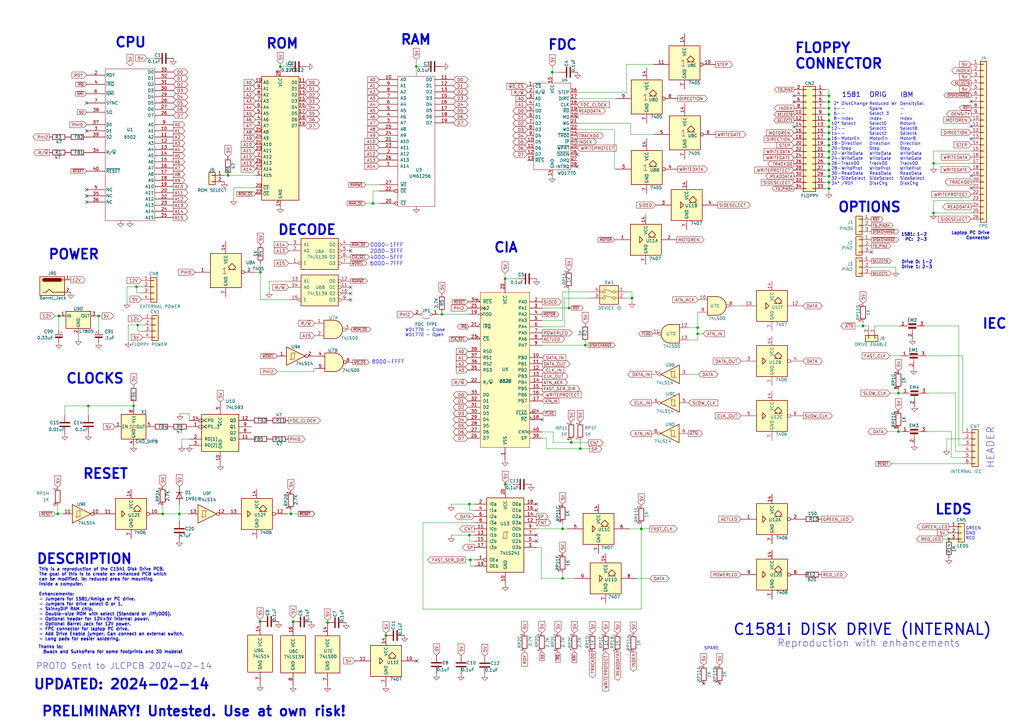
<source format=kicad_sch>
(kicad_sch (version 20230121) (generator eeschema)
  (paper "A3")
  (title_block (title "C1581i Disk Drive PCB") (date "2024-02-14") (rev "PROTO") (company "Steve J. Gray"))
  (junction (at 339.979 54.5084))
  (junction (at 120.1928 255.0414))
  (junction (at 23.6728 210.7692))
  (junction (at 339.979 64.6684))
  (junction (at 114.9858 27.3558))
  (junction (at 339.979 69.7484))
  (junction (at 119.3038 210.7692))
  (junction (at 66.7258 210.7692))
  (junction (at 181.229 128.905))
  (junction (at 339.979 46.8884))
  (junction (at 339.979 72.2884))
  (junction (at 339.979 41.8084))
  (junction (at 263.017 216.916))
  (junction (at 226.5172 29.6164))
  (junction (at 382.9304 67.0306))
  (junction (at 353.9744 133.7056))
  (junction (at 93.5228 71.9328))
  (junction (at 339.979 59.5884))
  (junction (at 40.4876 129.5908))
  (junction (at 339.979 62.1284))
  (junction (at 207.264 198.628))
  (junction (at 73.5838 210.7692))
  (junction (at 339.979 39.2684))
  (junction (at 339.979 74.8284))
  (junction (at 286.131 134.366))
  (junction (at 339.979 67.2084))
  (junction (at 56.4896 133.2738))
  (junction (at 368.5032 161.2392))
  (junction (at 106.8324 111.633))
  (junction (at 192.532 206.756))
  (junction (at 339.979 57.0484))
  (junction (at 263.0424 216.916))
  (junction (at 170.7642 27.2796))
  (junction (at 106.68 254.9144))
  (junction (at 158.2928 260.6294))
  (junction (at 339.979 77.3684))
  (junction (at 237.998 184.023))
  (junction (at 240.03 141.605))
  (junction (at 382.8796 87.376))
  (junction (at 339.979 44.3484))
  (junction (at 389.1788 221.0816))
  (junction (at 55.9816 117.602))
  (junction (at 339.979 49.4284))
  (junction (at 192.532 219.456))
  (junction (at 230.759 237.236))
  (junction (at 134.3406 255.3462))
  (junction (at 36.2458 166.497))
  (junction (at 230.759 216.916))
  (junction (at 192.913 229.616))
  (junction (at 368.5032 176.9872))
  (junction (at 207.137 114.3))
  (junction (at 233.3244 126.3396))
  (junction (at 286.131 136.906))
  (junction (at 24.13 129.5908))
  (junction (at 259.207 122.2502))
  (junction (at 234.315 181.483))
  (junction (at 152.9842 83.4136))
  (junction (at 54.7878 166.497))
  (junction (at 339.979 51.9684))
  (no_connect (at 220.091 221.996))
  (no_connect (at 143.7894 120.396))
  (no_connect (at 35.5346 53.6702))
  (no_connect (at 236.6772 48.0314))
  (no_connect (at 143.7894 117.856))
  (no_connect (at 325.628 41.8084))
  (no_connect (at 35.5346 42.2402))
  (no_connect (at 219.964 209.296))
  (no_connect (at 288.6456 280.3652))
  (no_connect (at 398.2974 41.6306))
  (no_connect (at 236.6772 63.2714))
  (no_connect (at 357.378 103.378))
  (no_connect (at 398.2974 77.1906))
  (no_connect (at 35.5346 82.8802))
  (no_connect (at 219.964 206.756))
  (no_connect (at 219.964 219.456))
  (no_connect (at 236.6772 68.3514))
  (no_connect (at 143.7894 102.87))
  (no_connect (at 398.2974 51.7906))
  (no_connect (at 143.7894 122.936))
  (no_connect (at 325.628 39.2684))
  (no_connect (at 222.377 172.085))
  (no_connect (at 295.148 280.3906))
  (no_connect (at 35.5346 80.3402))
  (no_connect (at 398.2974 72.1106))
  (no_connect (at 170.9928 271.0688))
  (no_connect (at 325.628 51.9684))
  (no_connect (at 398.2974 56.8706))
  (no_connect (at 35.5346 77.8002))
  (wire (pts (xy 66.7258 210.7692) (xy 73.5838 210.7692)))
  (wire (pts (xy 338.328 77.3684) (xy 339.979 77.3684)))
  (wire (pts (xy 106.9594 122.936) (xy 118.3894 122.936)))
  (wire (pts (xy 22.479 129.5908) (xy 24.13 129.5908)))
  (wire (pts (xy 368.5032 175.8442) (xy 368.5032 176.9872)))
  (wire (pts (xy 173.6852 27.2796) (xy 170.7642 27.2796)))
  (wire (pts (xy 192.532 206.756) (xy 194.564 206.756)))
  (wire (pts (xy 181.229 128.905) (xy 181.229 128.143)))
  (wire (pts (xy 382.8796 87.376) (xy 383.032 87.376)))
  (wire (pts (xy 226.949 181.483) (xy 226.949 177.165)))
  (wire (pts (xy 241.427 181.61) (xy 241.3 181.61)))
  (wire (pts (xy 394.843 145.9484) (xy 394.843 177.4698)))
  (wire (pts (xy 56.4896 133.2738) (xy 58.5216 133.2738)))
  (wire (pts (xy 120.1674 253.2888) (xy 120.1928 253.2888)))
  (wire (pts (xy 339.979 54.5084) (xy 339.979 57.0484)))
  (wire (pts (xy 226.949 177.165) (xy 222.377 177.165)))
  (wire (pts (xy 382.8542 82.296) (xy 382.8542 87.376)))
  (wire (pts (xy 286.131 139.446) (xy 286.131 136.906)))
  (wire (pts (xy 234.315 180.594) (xy 234.315 181.483)))
  (wire (pts (xy 23.6728 210.7692) (xy 25.8318 210.7692)))
  (wire (pts (xy 192.532 219.456) (xy 194.564 219.456)))
  (wire (pts (xy 231.521 122.2502) (xy 242.189 122.2502)))
  (wire (pts (xy 388.239 145.923) (xy 394.7668 145.923)))
  (wire (pts (xy 114.9858 26.2128) (xy 114.9858 27.3558)))
  (wire (pts (xy 106.7054 280.7716) (xy 106.7054 280.7462)))
  (wire (pts (xy 192.532 209.296) (xy 194.564 209.296)))
  (wire (pts (xy 398.2974 61.9506) (xy 382.9304 61.9506)))
  (wire (pts (xy 338.328 49.4284) (xy 339.979 49.4284)))
  (wire (pts (xy 391.8966 185.0898) (xy 394.843 185.0898)))
  (wire (pts (xy 339.979 36.7284) (xy 339.979 39.2684)))
  (wire (pts (xy 339.979 41.8084) (xy 339.979 44.3484)))
  (wire (pts (xy 226.5172 29.6164) (xy 229.3112 29.6164)))
  (wire (pts (xy 339.979 59.5884) (xy 339.979 62.1284)))
  (wire (pts (xy 350.6724 133.7056) (xy 353.9744 133.7056)))
  (wire (pts (xy 263.017 216.916) (xy 263.017 249.809)))
  (wire (pts (xy 286.512 153.543) (xy 282.448 153.543)))
  (wire (pts (xy 236.6772 50.5714) (xy 258.6482 50.5714)))
  (wire (pts (xy 365.0742 161.2392) (xy 368.5032 161.2392)))
  (wire (pts (xy 207.264 198.628) (xy 210.312 198.628)))
  (wire (pts (xy 230.759 234.696) (xy 230.759 237.236)))
  (wire (pts (xy 52.0954 117.602) (xy 55.9816 117.602)))
  (wire (pts (xy 380.9238 161.1884) (xy 391.8966 161.1884)))
  (wire (pts (xy 240.03 141.605) (xy 222.377 141.605)))
  (wire (pts (xy 380.0602 176.9872) (xy 382.6256 176.9872)))
  (wire (pts (xy 233.3244 126.3396) (xy 222.377 126.3396)))
  (wire (pts (xy 119.3038 208.9912) (xy 119.3038 210.7692)))
  (wire (pts (xy 110.3884 115.316) (xy 118.3894 115.316)))
  (wire (pts (xy 105.3084 111.633) (xy 106.8324 111.633)))
  (wire (pts (xy 192.532 209.296) (xy 192.532 206.756)))
  (wire (pts (xy 387.3754 221.0816) (xy 389.1788 221.0816)))
  (wire (pts (xy 394.081 190.1698) (xy 394.843 190.1698)))
  (wire (pts (xy 339.979 62.1284) (xy 339.979 64.6684)))
  (wire (pts (xy 224.155 184.023) (xy 224.155 179.705)))
  (wire (pts (xy 339.979 72.2884) (xy 339.979 74.8284)))
  (wire (pts (xy 181.229 128.905) (xy 191.897 128.905)))
  (wire (pts (xy 55.9816 120.142) (xy 55.9816 117.602)))
  (wire (pts (xy 252.0442 69.3674) (xy 252.5522 69.3674)))
  (wire (pts (xy 66.7258 207.2132) (xy 66.7258 210.7692)))
  (wire (pts (xy 77.6478 172.466) (xy 77.6478 169.672)))
  (wire (pts (xy 219.964 224.536) (xy 221.996 224.536)))
  (wire (pts (xy 106.8324 111.633) (xy 106.8324 122.809)))
  (wire (pts (xy 234.315 181.483) (xy 226.949 181.483)))
  (wire (pts (xy 170.7642 24.4856) (xy 170.7642 27.2796)))
  (wire (pts (xy 382.9304 67.0306) (xy 382.9304 68.1736)))
  (wire (pts (xy 259.207 122.2502) (xy 259.207 119.7102)))
  (wire (pts (xy 237.998 184.023) (xy 224.155 184.023)))
  (wire (pts (xy 224.155 179.705) (xy 222.377 179.705)))
  (wire (pts (xy 134.3406 255.3462) (xy 134.3406 255.7018)))
  (wire (pts (xy 173.482 214.376) (xy 173.482 249.809)))
  (wire (pts (xy 106.68 254.9144) (xy 106.68 255.3716)))
  (wire (pts (xy 286.131 134.366) (xy 282.575 134.366)))
  (wire (pts (xy 93.5228 71.9582) (xy 93.5228 71.9328)))
  (wire (pts (xy 60.4266 23.9522) (xy 63.4746 23.9522)))
  (wire (pts (xy 387.3754 221.107) (xy 387.3754 221.0816)))
  (wire (pts (xy 353.9744 132.0546) (xy 353.9744 133.7056)))
  (wire (pts (xy 93.4974 71.9328) (xy 93.5228 71.9328)))
  (wire (pts (xy 339.979 51.9684) (xy 339.979 54.5084)))
  (wire (pts (xy 106.7054 280.7462) (xy 106.7308 280.7462)))
  (wire (pts (xy 338.328 41.8084) (xy 339.979 41.8084)))
  (wire (pts (xy 158.3436 259.6642) (xy 158.2928 259.6642)))
  (wire (pts (xy 60.2996 23.8252) (xy 60.4266 23.8252)))
  (wire (pts (xy 241.3 181.483) (xy 234.315 181.483)))
  (wire (pts (xy 263.0424 216.916) (xy 266.446 216.916)))
  (wire (pts (xy 383.0066 82.296) (xy 382.8542 82.296)))
  (wire (pts (xy 106.68 254) (xy 106.68 254.9144)))
  (wire (pts (xy 230.759 131.445) (xy 222.377 131.445)))
  (wire (pts (xy 390.525 180.0098) (xy 394.843 180.0098)))
  (wire (pts (xy 241.173 141.605) (xy 240.03 141.605)))
  (wire (pts (xy 173.482 249.809) (xy 263.017 249.809)))
  (wire (pts (xy 241.935 184.15) (xy 241.935 184.023)))
  (wire (pts (xy 40.4876 129.5908) (xy 41.8592 129.5908)))
  (wire (pts (xy 339.979 49.4284) (xy 339.979 51.9684)))
  (wire (pts (xy 258.6482 55.1434) (xy 258.6482 50.5714)))
  (wire (pts (xy 266.5222 237.236) (xy 261.112 237.236)))
  (wire (pts (xy 241.3 181.61) (xy 241.3 181.483)))
  (wire (pts (xy 383.0066 82.2706) (xy 398.2974 82.2706)))
  (wire (pts (xy 394.7668 145.923) (xy 394.7668 145.9484)))
  (wire (pts (xy 339.979 57.0484) (xy 339.979 59.5884)))
  (wire (pts (xy 122.3518 210.7692) (xy 119.3038 210.7692)))
  (wire (pts (xy 234.4166 126.3396) (xy 233.3244 126.3396)))
  (wire (pts (xy 259.207 119.7102) (xy 257.429 119.7102)))
  (wire (pts (xy 338.328 46.8884) (xy 339.979 46.8884)))
  (wire (pts (xy 353.9744 133.7056) (xy 356.2604 133.7056)))
  (wire (pts (xy 266.5222 237.2868) (xy 266.5222 237.236)))
  (wire (pts (xy 54.7878 165.608) (xy 54.7878 166.497)))
  (wire (pts (xy 114.9858 27.3558) (xy 118.0338 27.3558)))
  (wire (pts (xy 66.4718 210.7692) (xy 66.7258 210.7692)))
  (wire (pts (xy 339.979 77.3684) (xy 339.979 78.6384)))
  (wire (pts (xy 134.3406 254.4826) (xy 134.3406 255.3462)))
  (wire (pts (xy 120.1928 253.2888) (xy 120.1928 255.0414)))
  (wire (pts (xy 339.979 67.2084) (xy 339.979 69.7484)))
  (wire (pts (xy 368.5032 159.7152) (xy 368.5032 161.2392)))
  (wire (pts (xy 74.5998 180.086) (xy 77.6478 180.086)))
  (wire (pts (xy 207.137 114.3) (xy 212.471 114.3)))
  (wire (pts (xy 394.7668 145.9484) (xy 394.843 145.9484)))
  (wire (pts (xy 380.9238 161.2392) (xy 380.9238 161.1884)))
  (wire (pts (xy 390.2202 187.6298) (xy 394.843 187.6298)))
  (wire (pts (xy 152.9842 83.4136) (xy 152.9842 78.3336)))
  (wire (pts (xy 39.751 129.5908) (xy 40.4876 129.5908)))
  (wire (pts (xy 119.3038 210.7692) (xy 118.0338 210.7692)))
  (wire (pts (xy 258.6482 55.1434) (xy 268.1732 55.1434)))
  (wire (pts (xy 364.8964 145.9484) (xy 369.7224 145.9484)))
  (wire (pts (xy 128.6764 151.13) (xy 128.6764 152.4)))
  (wire (pts (xy 236.6772 55.6514) (xy 236.8042 55.6514)))
  (wire (pts (xy 24.13 129.5908) (xy 24.13 135.2804)))
  (wire (pts (xy 58.5216 135.8138) (xy 56.4896 135.8138)))
  (wire (pts (xy 95.8088 77.0128) (xy 95.8088 81.4578)))
  (wire (pts (xy 338.328 74.8284) (xy 339.979 74.8284)))
  (wire (pts (xy 338.328 62.1284) (xy 339.979 62.1284)))
  (wire (pts (xy 32.131 137.2108) (xy 32.131 138.938)))
  (wire (pts (xy 54.7878 166.497) (xy 36.2458 166.497)))
  (wire (pts (xy 368.5032 161.2392) (xy 370.0272 161.2392)))
  (wire (pts (xy 40.4876 129.5908) (xy 40.4876 135.2804)))
  (wire (pts (xy 192.532 221.996) (xy 194.564 221.996)))
  (wire (pts (xy 152.9842 78.3336) (xy 155.5242 78.3336)))
  (wire (pts (xy 230.759 119.7102) (xy 242.189 119.7102)))
  (wire (pts (xy 329.311 170.561) (xy 329.438 170.561)))
  (wire (pts (xy 252.0442 69.3674) (xy 252.0442 53.1114)))
  (wire (pts (xy 207.264 197.993) (xy 207.264 198.628)))
  (wire (pts (xy 207.137 114.3) (xy 207.137 114.935)))
  (wire (pts (xy 149.9362 75.7936) (xy 155.5242 75.7936)))
  (wire (pts (xy 231.521 122.2502) (xy 231.521 133.985)))
  (wire (pts (xy 382.6256 176.9618) (xy 390.2202 176.9618)))
  (wire (pts (xy 192.532 219.456) (xy 185.039 219.456)))
  (wire (pts (xy 382.8542 87.376) (xy 382.8796 87.376)))
  (wire (pts (xy 259.207 122.2502) (xy 259.207 123.5202)))
  (wire (pts (xy 226.5172 29.6164) (xy 226.5172 31.5214)))
  (wire (pts (xy 149.9362 83.4136) (xy 152.9842 83.4136)))
  (wire (pts (xy 257.429 122.2502) (xy 259.207 122.2502)))
  (wire (pts (xy 382.9304 67.0306) (xy 398.2974 67.0306)))
  (wire (pts (xy 394.081 190.1952) (xy 394.081 190.1698)))
  (wire (pts (xy 286.131 136.906) (xy 288.417 136.906)))
  (wire (pts (xy 222.377 126.3396) (xy 222.377 126.365)))
  (wire (pts (xy 219.964 216.916) (xy 230.759 216.916)))
  (wire (pts (xy 93.5228 71.9328) (xy 104.8258 71.9328)))
  (wire (pts (xy 363.9312 176.9872) (xy 368.5032 176.9872)))
  (wire (pts (xy 367.4364 109.5756) (xy 357.4288 109.5756)))
  (wire (pts (xy 80.0354 111.633) (xy 79.9084 111.633)))
  (wire (pts (xy 258.191 216.916) (xy 263.017 216.916)))
  (wire (pts (xy 106.68 280.7716) (xy 106.7054 280.7716)))
  (wire (pts (xy 52.6034 133.2738) (xy 56.4896 133.2738)))
  (wire (pts (xy 52.6034 139.8778) (xy 52.6034 133.2738)))
  (wire (pts (xy 73.5838 210.7692) (xy 73.5838 213.8172)))
  (wire (pts (xy 129.4384 151.13) (xy 128.6764 151.13)))
  (wire (pts (xy 266.5222 237.2868) (xy 266.5476 237.2868)))
  (wire (pts (xy 338.328 69.7484) (xy 339.979 69.7484)))
  (wire (pts (xy 240.03 140.462) (xy 240.03 141.605)))
  (wire (pts (xy 380.9238 161.2392) (xy 380.1872 161.2392)))
  (wire (pts (xy 256.9972 26.4414) (xy 268.0462 26.4414)))
  (wire (pts (xy 56.4896 135.8138) (xy 56.4896 133.2738)))
  (wire (pts (xy 158.2928 259.6642) (xy 158.2928 260.6294)))
  (wire (pts (xy 286.131 136.906) (xy 286.131 134.366)))
  (wire (pts (xy 185.039 206.756) (xy 185.039 207.01)))
  (wire (pts (xy 73.5838 207.0862) (xy 73.5838 210.7692)))
  (wire (pts (xy 382.6256 176.9618) (xy 382.6256 176.9872)))
  (wire (pts (xy 338.328 36.7284) (xy 339.979 36.7284)))
  (wire (pts (xy 339.979 69.7484) (xy 339.979 72.2884)))
  (wire (pts (xy 114.9858 27.3558) (xy 114.9858 28.7528)))
  (wire (pts (xy 128.9304 146.05) (xy 129.4384 146.05)))
  (wire (pts (xy 231.521 133.985) (xy 222.377 133.985)))
  (wire (pts (xy 382.9304 61.9506) (xy 382.9304 67.0306)))
  (wire (pts (xy 110.3884 119.507) (xy 110.3884 115.316)))
  (wire (pts (xy 113.6904 152.4) (xy 128.6764 152.4)))
  (wire (pts (xy 383.032 87.376) (xy 383.032 87.3506)))
  (wire (pts (xy 207.264 198.628) (xy 207.264 199.136)))
  (wire (pts (xy 155.5242 83.4136) (xy 152.9842 83.4136)))
  (wire (pts (xy 339.979 74.8284) (xy 339.979 77.3684)))
  (wire (pts (xy 106.9594 122.809) (xy 106.9594 122.936)))
  (wire (pts (xy 233.3244 118.364) (xy 233.3244 126.3396)))
  (wire (pts (xy 388.239 145.923) (xy 388.239 145.9484)))
  (wire (pts (xy 263.0424 214.884) (xy 263.0424 216.916)))
  (wire (pts (xy 52.0954 123.8504) (xy 52.0954 117.602)))
  (wire (pts (xy 230.759 216.916) (xy 232.791 216.916)))
  (wire (pts (xy 237.998 180.594) (xy 237.998 184.023)))
  (wire (pts (xy 256.9972 37.8714) (xy 256.9972 26.4414)))
  (wire (pts (xy 54.7878 166.497) (xy 54.7878 167.386)))
  (wire (pts (xy 36.2458 166.497) (xy 26.5938 166.497)))
  (wire (pts (xy 190.881 229.616) (xy 192.913 229.616)))
  (wire (pts (xy 192.913 232.156) (xy 192.913 229.616)))
  (wire (pts (xy 383.0066 82.296) (xy 383.0066 82.2706)))
  (wire (pts (xy 73.5838 210.7692) (xy 77.3938 210.7692)))
  (wire (pts (xy 26.5938 166.497) (xy 26.5938 170.307)))
  (wire (pts (xy 58.0136 120.142) (xy 55.9816 120.142)))
  (wire (pts (xy 106.8324 107.95) (xy 106.8324 111.633)))
  (wire (pts (xy 282.575 139.446) (xy 286.131 139.446)))
  (wire (pts (xy 179.9082 128.9558) (xy 181.229 128.9558)))
  (wire (pts (xy 263.017 216.916) (xy 263.0424 216.916)))
  (wire (pts (xy 192.913 229.616) (xy 194.564 229.616)))
  (wire (pts (xy 383.032 87.3506) (xy 398.2974 87.3506)))
  (wire (pts (xy 185.039 219.456) (xy 185.039 219.71)))
  (wire (pts (xy 338.328 54.5084) (xy 339.979 54.5084)))
  (wire (pts (xy 77.6478 169.672) (xy 73.8378 169.672)))
  (wire (pts (xy 230.759 214.376) (xy 230.759 216.916)))
  (wire (pts (xy 194.564 214.376) (xy 173.482 214.376)))
  (wire (pts (xy 236.6772 37.8714) (xy 256.9972 37.8714)))
  (wire (pts (xy 22.6568 210.7692) (xy 23.6728 210.7692)))
  (wire (pts (xy 391.8966 161.1884) (xy 391.8966 185.0898)))
  (wire (pts (xy 339.979 46.8884) (xy 339.979 49.4284)))
  (wire (pts (xy 236.6772 53.1114) (xy 252.0442 53.1114)))
  (wire (pts (xy 358.8004 133.7056) (xy 369.1382 133.7056)))
  (wire (pts (xy 339.979 44.3484) (xy 339.979 46.8884)))
  (wire (pts (xy 388.239 180.0352) (xy 388.239 183.9722)))
  (wire (pts (xy 338.328 57.0484) (xy 339.979 57.0484)))
  (wire (pts (xy 74.5998 182.626) (xy 74.5998 180.086)))
  (wire (pts (xy 393.2682 133.7056) (xy 393.2682 182.5498)))
  (wire (pts (xy 390.525 180.0352) (xy 390.525 180.0098)))
  (wire (pts (xy 338.328 44.3484) (xy 339.979 44.3484)))
  (wire (pts (xy 286.131 128.016) (xy 286.385 128.016)))
  (wire (pts (xy 221.996 224.536) (xy 221.996 237.236)))
  (wire (pts (xy 104.8258 77.0128) (xy 95.8088 77.0128)))
  (wire (pts (xy 386.461 221.107) (xy 387.3754 221.107)))
  (wire (pts (xy 192.532 206.756) (xy 185.039 206.756)))
  (wire (pts (xy 339.979 64.6684) (xy 339.979 67.2084)))
  (wire (pts (xy 379.2982 133.7056) (xy 393.2682 133.7056)))
  (wire (pts (xy 338.328 64.6684) (xy 339.979 64.6684)))
  (wire (pts (xy 230.759 237.236) (xy 235.712 237.236)))
  (wire (pts (xy 106.8324 122.809) (xy 106.9594 122.809)))
  (wire (pts (xy 241.935 184.023) (xy 237.998 184.023)))
  (wire (pts (xy 338.328 59.5884) (xy 339.979 59.5884)))
  (wire (pts (xy 24.13 129.5908) (xy 24.511 129.5908)))
  (wire (pts (xy 365.6584 190.1952) (xy 394.081 190.1952)))
  (wire (pts (xy 158.2928 260.6294) (xy 158.2928 260.9088)))
  (wire (pts (xy 207.137 112.141) (xy 207.137 114.3)))
  (wire (pts (xy 181.229 128.9558) (xy 181.229 128.905)))
  (wire (pts (xy 286.131 134.366) (xy 286.131 128.016)))
  (wire (pts (xy 92.0496 71.9582) (xy 93.5228 71.9582)))
  (wire (pts (xy 367.4364 110.8202) (xy 367.4364 109.5756)))
  (wire (pts (xy 338.328 67.2084) (xy 339.979 67.2084)))
  (wire (pts (xy 23.6728 207.4672) (xy 23.6728 210.7692)))
  (wire (pts (xy 368.5032 176.9872) (xy 369.9002 176.9872)))
  (wire (pts (xy 393.2682 182.5498) (xy 394.843 182.5498)))
  (wire (pts (xy 230.759 119.7102) (xy 230.759 131.445)))
  (wire (pts (xy 120.1928 255.0414) (xy 120.1928 255.6764)))
  (wire (pts (xy 194.564 232.156) (xy 192.913 232.156)))
  (wire (pts (xy 170.7642 27.2796) (xy 170.7642 31.3436)))
  (wire (pts (xy 338.328 72.2884) (xy 339.979 72.2884)))
  (wire (pts (xy 338.328 39.2684) (xy 339.979 39.2684)))
  (wire (pts (xy 226.5172 27.2034) (xy 226.5172 29.6164)))
  (wire (pts (xy 192.532 221.996) (xy 192.532 219.456)))
  (wire (pts (xy 236.6772 40.4114) (xy 252.5522 40.4114)))
  (wire (pts (xy 388.239 180.0352) (xy 390.525 180.0352)))
  (wire (pts (xy 36.2458 166.497) (xy 36.2458 170.307)))
  (wire (pts (xy 388.239 145.9484) (xy 379.8824 145.9484)))
  (wire (pts (xy 55.9816 117.602) (xy 58.0136 117.602)))
  (wire (pts (xy 60.4266 23.8252) (xy 60.4266 23.9522)))
  (wire (pts (xy 221.996 237.236) (xy 230.759 237.236)))
  (wire (pts (xy 301.625 125.476) (xy 303.911 125.476)))
  (wire (pts (xy 339.979 39.2684) (xy 339.979 41.8084)))
  (wire (pts (xy 338.328 51.9684) (xy 339.979 51.9684)))
  (wire (pts (xy 390.2202 176.9618) (xy 390.2202 187.6298)))
  (text "DECODE" (at 113.7158 96.774 0) (effects (font (size 4 4) (thickness 0.8) bold) (justify left bottom)))
  (text "UPDATED: 2024-02-14" (at 13.5382 283.1592 0) (effects (font (size 4 4) (thickness 0.8) bold) (justify left bottom)))
  (text "ORIG" (at 356.4128 40.1066 0) (effects (font (size 2 2) (thickness 0.254) bold) (justify left bottom)))
  (text "Drive 0: 1-2\nDrive 1: 2-3" (at 382.4478 110.3376 0) (effects (font (size 1.27 1.27) bold) (justify right bottom)))
  (text "PROTO Sent to JLCPCB 2024-02-14" (at 14.7828 274.8026 0) (effects (font (size 2.54 2.54)) (justify left bottom)))
  (text "Reduced Wr\nSpare\nSelect 3\nIndex\nSelect0\nSelect1\nSelect2\nMotorEn\nDirection\nStep\nWriteData\nWriteGate\nTrack00\nWriteProt\nReadData\nSideSelect\nDiskChg\n" (at 356.4636 76.1238 0) (effects (font (size 1.27 1.27)) (justify left bottom)))
  (text " 2*\n 4-\n 6-\n 8-\n10*\n12-\n14-\n16-\n18-\n20-\n22-\n24-\n26-\n28-\n30-\n32-\n34*\n" (at 340.868 76.0984 0) (effects (font (size 1.27 1.27)) (justify left bottom)))
  (text "8000-FFFF\n" (at 152.4254 149.479 0) (effects (font (size 1.58 1.58)) (justify left bottom)))
  (text "DiskChange\n-\n-\nIndex\nSelect\n-\n-\nMotorEn\nDirection\nStep\nWriteData\nWriteGate\nTrack00\nWriteProt\nReadData\nSideSelect\n/RDY\n" (at 344.932 76.0984 0) (effects (font (size 1.27 1.27)) (justify left bottom)))
  (text "CLOCKS" (at 26.8478 157.734 0) (effects (font (size 4 4) (thickness 0.8) bold) (justify left bottom)))
  (text "POWER" (at 19.558 106.8324 0) (effects (font (size 4 4) (thickness 0.8) bold) (justify left bottom)))
  (text "0000-1FFF\n2000-3FFF\n4000-5FFF\n6000-7FFF" (at 151.7396 109.1946 0) (effects (font (size 1.58 1.58)) (justify left bottom)))
  (text "ROM" (at 108.8898 20.3708 0) (effects (font (size 4 4) (thickness 0.8) bold) (justify left bottom)))
  (text "HEADER" (at 408.0256 192.2526 90) (effects (font (size 3 3)) (justify left bottom)))
  (text "CIA" (at 202.311 104.013 0) (effects (font (size 4 4) (thickness 0.8) bold) (justify left bottom)))
  (text "Laptop PC Drive\nConnector" (at 406.019 98.425 0) (effects (font (size 1.27 1.27) bold) (justify right bottom)))
  (text "LEDS" (at 383.2352 211.4042 0) (effects (font (size 4 4) (thickness 0.8) bold) (justify left bottom)))
  (text "RESET" (at 33.7058 196.7992 0) (effects (font (size 4 4) (thickness 0.8) bold) (justify left bottom)))
  (text "DensitySel\n-\n-\nIndex\nMotorA\nSelectB\nSelectA\nMotorB\nDirection\nStep\nWriteData\nWriteGate\nTrack00\nWriteProt\nReadData\nSideSelect\nDiskChg\n" (at 369.0112 76.1238 0) (effects (font (size 1.27 1.27)) (justify left bottom)))
  (text "RAM" (at 164.0332 18.7706 0) (effects (font (size 4 4) (thickness 0.8) bold) (justify left bottom)))
  (text "This is a reproduction of the C1541 Disk Drive PCB.\nThe goal of this is to create an enhanced PCB which\ncan be modified, ie: reduced area for mounting \ninside a computer.\n\nEnhancements:\n- Jumpers for 1581/Amiga or PC drive.\n- Jumpers for drive select 0 or 1.\n- SkinnyDIP RAM chip.\n- Double-size ROM with select (Standard or JiffyDOS).\n- Optional header for 12V+5V internal power.\n- Optional Barrel Jack for 12V power.\n- FPC connector for laptop PC drive.\n- Add Drive Enable jumper. Can connect an external switch.\n- Long pads for easier soldering.\n" (at 15.875 262.9408 0) (effects (font (size 1.27 1.27) bold) (justify left bottom)))
  (text "FLOPPY\nCONNECTOR" (at 325.755 28.6004 0) (effects (font (size 4 4) (thickness 0.8) bold) (justify left bottom)))
  (text "1581" (at 345.186 40.1574 0) (effects (font (size 2 2) (thickness 0.254) bold) (justify left bottom)))
  (text "IBM" (at 369.1382 40.2082 0) (effects (font (size 2 2) (thickness 0.254) bold) (justify left bottom)))
  (text "C1581i DISK DRIVE (INTERNAL)" (at 300.482 260.9596 0) (effects (font (size 4.5 4.5) (thickness 0.6) bold) (justify left bottom)))
  (text "CPU" (at 46.9646 19.8882 0) (effects (font (size 4 4) (thickness 0.8) bold) (justify left bottom)))
  (text "PRELIMINARY! Untested. Use at own risk!" (at 16.8148 294.2082 0) (effects (font (size 4 4) (thickness 0.8) bold) (justify left bottom)))
  (text "Thanks to:\n  Bwack and SukkoPera for some footprints and 3D models!\n" (at 15.6464 268.224 0) (effects (font (size 1.27 1.27) bold) (justify left bottom)))
  (text "1581: 1-2\nPC:	2-3" (at 380.2634 99.06 0) (effects (font (size 1.27 1.27) bold) (justify right bottom)))
  (text "DESCRIPTION" (at 14.732 231.7242 0) (effects (font (size 4 4) (thickness 0.8) bold) (justify left bottom)))
  (text "OPTIONS" (at 343.4334 87.4522 0) (effects (font (size 4 4) (thickness 0.8) bold) (justify left bottom)))
  (text "GREEN\nGND\nRED" (at 396.0368 221.5896 0) (effects (font (size 1.27 1.27)) (justify left bottom)))
  (text "SPARE" (at 288.7218 266.7 0) (effects (font (size 1.27 1.27)) (justify left bottom)))
  (text "FDC" (at 224.4852 20.8534 0) (effects (font (size 4 4) (thickness 0.8) bold) (justify left bottom)))
  (text "Reproduction with enhancements" (at 318.7192 265.6586 0) (effects (font (size 3 3)) (justify left bottom)))
  (text "WD1770 - Close\nWD1772 - Open" (at 166.1414 138.2014 0) (effects (font (size 1.27 1.27)) (justify left bottom)))
  (text "IEC" (at 402.6154 135.255 0) (effects (font (size 4 4) (thickness 0.8) bold) (justify left bottom)))
  (global_label "~{FLAG}" (shape output) (at 267.335 136.906 180) (effects (font (size 1 1))) (property "Intersheetrefs" "${INTERSHEET_REFS}" (effects hide)))
  (global_label "5V" (shape input) (at 119.3038 201.3712 90) (property "Intersheetrefs" "${INTERSHEET_REFS}" (effects hide)))
  (global_label "DIRECTION" (shape input) (at 398.2974 54.3306 180) (property "Intersheetrefs" "${INTERSHEET_REFS}" (effects hide)))
  (global_label "S0" (shape input) (at 35.5346 46.0502 180) (effects (font (size 1 1))) (property "Intersheetrefs" "${INTERSHEET_REFS}" (effects hide)))
  (global_label "D1" (shape bidirectional) (at 191.897 164.465 180) (property "Intersheetrefs" "${INTERSHEET_REFS}" (effects hide)))
  (global_label "A8" (shape output) (at 71.0946 71.4502 0) (property "Intersheetrefs" "${INTERSHEET_REFS}" (effects hide)))
  (global_label "5V" (shape input) (at 90.3478 164.846 90) (property "Intersheetrefs" "${INTERSHEET_REFS}" (effects hide)))
  (global_label "5V" (shape input) (at 237.998 172.974 90) (property "Intersheetrefs" "${INTERSHEET_REFS}" (effects hide)))
  (global_label "TRACK00" (shape output) (at 243.0018 267.335 270) (property "Intersheetrefs" "${INTERSHEET_REFS}" (effects hide)))
  (global_label "R{slash}~{W}" (shape input) (at 118.3894 117.856 180) (property "Intersheetrefs" "${INTERSHEET_REFS}" (effects hide)))
  (global_label "~{MOTOR}" (shape input) (at 252.1712 98.3234 180) (effects (font (size 1 1))) (property "Intersheetrefs" "${INTERSHEET_REFS}" (effects hide)))
  (global_label "WRITEDATA" (shape input) (at 398.2974 64.4906 180) (property "Intersheetrefs" "${INTERSHEET_REFS}" (effects hide)))
  (global_label "D4" (shape bidirectional) (at 186.0042 42.7736 0) (property "Intersheetrefs" "${INTERSHEET_REFS}" (effects hide)))
  (global_label "5V" (shape input) (at 114.9858 26.2128 90) (property "Intersheetrefs" "${INTERSHEET_REFS}" (effects hide)))
  (global_label "SIDESELECT" (shape input) (at 398.2974 89.8906 180) (property "Intersheetrefs" "${INTERSHEET_REFS}" (effects hide)))
  (global_label "D6" (shape bidirectional) (at 191.897 177.165 180) (property "Intersheetrefs" "${INTERSHEET_REFS}" (effects hide)))
  (global_label "A4" (shape input) (at 155.5242 42.7736 180) (property "Intersheetrefs" "${INTERSHEET_REFS}" (effects hide)))
  (global_label "GREEN_LED" (shape output) (at 336.9564 212.9282 0) (property "Intersheetrefs" "${INTERSHEET_REFS}" (effects hide)))
  (global_label "CNT" (shape output) (at 219.964 214.376 0) (property "Intersheetrefs" "${INTERSHEET_REFS}" (effects hide)))
  (global_label "5V" (shape input) (at 23.6728 199.8472 90) (property "Intersheetrefs" "${INTERSHEET_REFS}" (effects hide)))
  (global_label "RED_LED" (shape output) (at 336.9564 235.6612 0) (property "Intersheetrefs" "${INTERSHEET_REFS}" (effects hide)))
  (global_label "D0" (shape bidirectional) (at 71.0946 29.5402 0) (property "Intersheetrefs" "${INTERSHEET_REFS}" (effects hide)))
  (global_label "~{WD_CS}" (shape input) (at 216.3572 35.3314 180) (property "Intersheetrefs" "${INTERSHEET_REFS}" (effects hide)))
  (global_label "A10" (shape input) (at 155.5242 58.0136 180) (property "Intersheetrefs" "${INTERSHEET_REFS}" (effects hide)))
  (global_label "INDEX" (shape output) (at 398.2974 28.9306 180) (property "Intersheetrefs" "${INTERSHEET_REFS}" (effects hide)))
  (global_label "CLK_IN" (shape input) (at 222.377 151.765 0) (property "Intersheetrefs" "${INTERSHEET_REFS}" (effects hide)))
  (global_label "D5" (shape bidirectional) (at 186.0042 45.3136 0) (property "Intersheetrefs" "${INTERSHEET_REFS}" (effects hide)))
  (global_label "GREEN_LED" (shape output) (at 389.1788 216.0016 180) (property "Intersheetrefs" "${INTERSHEET_REFS}" (effects hide)))
  (global_label "12V" (shape input) (at 58.0136 115.062 180) (property "Intersheetrefs" "${INTERSHEET_REFS}" (effects hide)))
  (global_label "~{IRQ}" (shape input) (at 228.854 267.208 270) (effects (font (size 1 1))) (property "Intersheetrefs" "${INTERSHEET_REFS}" (effects hide)))
  (global_label "~{RAMWE}" (shape output) (at 143.7894 115.316 0) (effects (font (size 1 1))) (property "Intersheetrefs" "${INTERSHEET_REFS}" (effects hide)))
  (global_label "D3" (shape bidirectional) (at 186.0042 40.2336 0) (property "Intersheetrefs" "${INTERSHEET_REFS}" (effects hide)))
  (global_label "D5" (shape bidirectional) (at 216.3572 58.1914 180) (property "Intersheetrefs" "${INTERSHEET_REFS}" (effects hide)))
  (global_label "~{RESET}" (shape input) (at 365.6584 190.1952 180) (effects (font (size 1 1))) (property "Intersheetrefs" "${INTERSHEET_REFS}" (effects hide)))
  (global_label "PHI0" (shape input) (at 80.0354 111.633 180) (property "Intersheetrefs" "${INTERSHEET_REFS}" (effects hide)))
  (global_label "A3" (shape input) (at 104.8258 41.4528 180) (property "Intersheetrefs" "${INTERSHEET_REFS}" (effects hide)))
  (global_label "A9" (shape input) (at 155.5242 55.4736 180) (property "Intersheetrefs" "${INTERSHEET_REFS}" (effects hide)))
  (global_label "D7" (shape bidirectional) (at 191.897 179.705 180) (property "Intersheetrefs" "${INTERSHEET_REFS}" (effects hide)))
  (global_label "A3" (shape output) (at 71.0946 58.7502 0) (property "Intersheetrefs" "${INTERSHEET_REFS}" (effects hide)))
  (global_label "PHI2" (shape input) (at 113.6904 152.4 180) (property "Intersheetrefs" "${INTERSHEET_REFS}" (effects hide)))
  (global_label "A9" (shape input) (at 104.8258 56.6928 180) (property "Intersheetrefs" "${INTERSHEET_REFS}" (effects hide)))
  (global_label "5V" (shape input) (at 106.8324 100.33 90) (property "Intersheetrefs" "${INTERSHEET_REFS}" (effects hide)))
  (global_label "INDEX" (shape output) (at 259.7912 267.462 270) (property "Intersheetrefs" "${INTERSHEET_REFS}" (effects hide)))
  (global_label "5V" (shape input) (at 353.9744 124.4346 90) (property "Intersheetrefs" "${INTERSHEET_REFS}" (effects hide)))
  (global_label "A7" (shape input) (at 104.8258 51.6128 180) (property "Intersheetrefs" "${INTERSHEET_REFS}" (effects hide)))
  (global_label "D7" (shape bidirectional) (at 216.3572 63.2714 180) (property "Intersheetrefs" "${INTERSHEET_REFS}" (effects hide)))
  (global_label "~{RDY}" (shape output) (at 234.4166 126.3396 0) (effects (font (size 1 1))) (property "Intersheetrefs" "${INTERSHEET_REFS}" (effects hide)))
  (global_label "5V" (shape input) (at 93.4974 64.3128 90) (property "Intersheetrefs" "${INTERSHEET_REFS}" (effects hide)))
  (global_label "SELECT0" (shape output) (at 357.4288 107.0356 0) (effects (font (size 1 1))) (property "Intersheetrefs" "${INTERSHEET_REFS}" (effects hide)))
  (global_label "A13" (shape input) (at 155.5242 65.6336 180) (property "Intersheetrefs" "${INTERSHEET_REFS}" (effects hide)))
  (global_label "A3" (shape input) (at 191.897 151.765 180) (property "Intersheetrefs" "${INTERSHEET_REFS}" (effects hide)))
  (global_label "FD_PIN34" (shape output) (at 357.4034 92.456 0) (effects (font (size 1 1))) (property "Intersheetrefs" "${INTERSHEET_REFS}" (effects hide)))
  (global_label "5V" (shape input) (at 253.2888 259.842 90) (property "Intersheetrefs" "${INTERSHEET_REFS}" (effects hide)))
  (global_label "D7" (shape bidirectional) (at 125.1458 51.6128 0) (effects (font italic)) (property "Intersheetrefs" "${INTERSHEET_REFS}" (effects hide)))
  (global_label "5V" (shape input) (at 234.315 172.974 90) (property "Intersheetrefs" "${INTERSHEET_REFS}" (effects hide)))
  (global_label "READDATA" (shape output) (at 236.6772 45.4914 0) (property "Intersheetrefs" "${INTERSHEET_REFS}" (effects hide)))
  (global_label "DATA" (shape bidirectional) (at 329.311 148.082 0) (property "Intersheetrefs" "${INTERSHEET_REFS}" (effects hide)))
  (global_label "5V" (shape input) (at 230.759 206.756 90) (property "Intersheetrefs" "${INTERSHEET_REFS}" (effects hide)))
  (global_label "A8" (shape input) (at 104.8258 54.1528 180) (property "Intersheetrefs" "${INTERSHEET_REFS}" (effects hide)))
  (global_label "TRACK00" (shape output) (at 398.2974 74.6506 180) (property "Intersheetrefs" "${INTERSHEET_REFS}" (effects hide)))
  (global_label "5V" (shape output) (at 41.8592 129.5908 0) (property "Intersheetrefs" "${INTERSHEET_REFS}" (effects hide)))
  (global_label "5V" (shape input) (at 263.0424 207.264 90) (property "Intersheetrefs" "${INTERSHEET_REFS}" (effects hide)))
  (global_label "5V" (shape input) (at 53.3146 27.0002 90) (property "Intersheetrefs" "${INTERSHEET_REFS}" (effects hide)))
  (global_label "D2" (shape bidirectional) (at 186.0042 37.6936 0) (property "Intersheetrefs" "${INTERSHEET_REFS}" (effects hide)))
  (global_label "DATA" (shape bidirectional) (at 194.564 211.836 180) (property "Intersheetrefs" "${INTERSHEET_REFS}" (effects hide)))
  (global_label "D7" (shape bidirectional) (at 71.0946 47.3202 0) (property "Intersheetrefs" "${INTERSHEET_REFS}" (effects hide)))
  (global_label "DATA" (shape bidirectional) (at 266.5476 237.2868 0) (property "Intersheetrefs" "${INTERSHEET_REFS}" (effects hide)))
  (global_label "~{CIA_SEL}" (shape output) (at 143.7894 105.41 0) (effects (font (size 1 1))) (property "Intersheetrefs" "${INTERSHEET_REFS}" (effects hide)))
  (global_label "POWERLED" (shape output) (at 222.377 136.525 0) (property "Intersheetrefs" "${INTERSHEET_REFS}" (effects hide)))
  (global_label "CLK_OUT" (shape input) (at 303.911 170.561 180) (property "Intersheetrefs" "${INTERSHEET_REFS}" (effects hide)))
  (global_label "DENSITY" (shape output) (at 398.2974 46.7106 180) (property "Intersheetrefs" "${INTERSHEET_REFS}" (effects hide)))
  (global_label "A9" (shape output) (at 71.0946 73.9902 0) (property "Intersheetrefs" "${INTERSHEET_REFS}" (effects hide)))
  (global_label "5V" (shape input) (at 198.8312 268.986 90) (property "Intersheetrefs" "${INTERSHEET_REFS}" (effects hide)))
  (global_label "SELECT0" (shape output) (at 325.628 46.8884 180) (effects (font (size 1 1))) (property "Intersheetrefs" "${INTERSHEET_REFS}" (effects hide)))
  (global_label "A12" (shape input) (at 104.8258 64.3128 180) (property "Intersheetrefs" "${INTERSHEET_REFS}" (effects hide)))
  (global_label "FD_PIN2" (shape output) (at 357.4034 100.838 0) (effects (font (size 1 1))) (property "Intersheetrefs" "${INTERSHEET_REFS}" (effects hide)))
  (global_label "A4" (shape output) (at 71.0946 61.2902 0) (property "Intersheetrefs" "${INTERSHEET_REFS}" (effects hide)))
  (global_label "A5" (shape input) (at 155.5242 45.3136 180) (property "Intersheetrefs" "${INTERSHEET_REFS}" (effects hide)))
  (global_label "A11" (shape output) (at 71.0946 79.0702 0) (property "Intersheetrefs" "${INTERSHEET_REFS}" (effects hide)))
  (global_label "A0" (shape input) (at 104.8258 33.8328 180) (property "Intersheetrefs" "${INTERSHEET_REFS}" (effects hide)))
  (global_label "~{WDSEL}" (shape output) (at 143.7894 107.95 0) (effects (font (size 1 1))) (property "Intersheetrefs" "${INTERSHEET_REFS}" (effects hide)))
  (global_label "A3" (shape input) (at 155.5242 40.2336 180) (property "Intersheetrefs" "${INTERSHEET_REFS}" (effects hide)))
  (global_label "DATA_IN" (shape input) (at 222.377 146.685 0) (property "Intersheetrefs" "${INTERSHEET_REFS}" (effects hide)))
  (global_label "5V" (shape input) (at 295.148 272.7706 90) (property "Intersheetrefs" "${INTERSHEET_REFS}" (effects hide)))
  (global_label "5V" (shape input) (at 368.5032 168.2242 90) (property "Intersheetrefs" "${INTERSHEET_REFS}" (effects hide)))
  (global_label "D3" (shape bidirectional) (at 191.897 169.545 180) (property "Intersheetrefs" "${INTERSHEET_REFS}" (effects hide)))
  (global_label "ATN_IN" (shape input) (at 222.377 164.465 0) (effects (font (size 1 1))) (property "Intersheetrefs" "${INTERSHEET_REFS}" (effects hide)))
  (global_label "A6" (shape input) (at 155.5242 47.8536 180) (property "Intersheetrefs" "${INTERSHEET_REFS}" (effects hide)))
  (global_label "A6" (shape input) (at 104.8258 49.0728 180) (property "Intersheetrefs" "${INTERSHEET_REFS}" (effects hide)))
  (global_label "A12" (shape output) (at 71.0946 81.6102 0) (property "Intersheetrefs" "${INTERSHEET_REFS}" (effects hide)))
  (global_label "~{RESET}" (shape input) (at 22.6568 210.7692 180) (effects (font (size 1 1))) (property "Intersheetrefs" "${INTERSHEET_REFS}" (effects hide)))
  (global_label "D3" (shape bidirectional) (at 216.3572 53.1114 180) (property "Intersheetrefs" "${INTERSHEET_REFS}" (effects hide)))
  (global_label "ACTLED" (shape output) (at 222.377 139.065 0) (property "Intersheetrefs" "${INTERSHEET_REFS}" (effects hide)))
  (global_label "A1" (shape input) (at 216.3572 42.9514 180) (property "Intersheetrefs" "${INTERSHEET_REFS}" (effects hide)))
  (global_label "A13" (shape input) (at 118.3894 102.87 180) (property "Intersheetrefs" "${INTERSHEET_REFS}" (effects hide)))
  (global_label "5V" (shape input) (at 120.1674 253.2888 90) (property "Intersheetrefs" "${INTERSHEET_REFS}" (effects hide)))
  (global_label "~{IRQ}" (shape input) (at 35.5346 34.6202 180) (effects (font (size 1 1))) (property "Intersheetrefs" "${INTERSHEET_REFS}" (effects hide)))
  (global_label "~{FLAG}" (shape input) (at 222.377 169.545 0) (effects (font (size 1 1))) (property "Intersheetrefs" "${INTERSHEET_REFS}" (effects hide)))
  (global_label "A14" (shape input) (at 155.5242 68.1736 180) (property "Intersheetrefs" "${INTERSHEET_REFS}" (effects hide)))
  (global_label "CNT" (shape output) (at 241.427 181.61 0) (property "Intersheetrefs" "${INTERSHEET_REFS}" (effects hide)))
  (global_label "DIRECTION" (shape input) (at 325.628 57.0484 180) (property "Intersheetrefs" "${INTERSHEET_REFS}" (effects hide)))
  (global_label "A10" (shape input) (at 104.8258 59.2328 180) (property "Intersheetrefs" "${INTERSHEET_REFS}" (effects hide)))
  (global_label "A0" (shape output) (at 71.0946 51.1302 0) (property "Intersheetrefs" "${INTERSHEET_REFS}" (effects hide)))
  (global_label "D1" (shape bidirectional) (at 71.0946 32.0802 0) (property "Intersheetrefs" "${INTERSHEET_REFS}" (effects hide)))
  (global_label "A15" (shape input) (at 118.3894 107.95 180) (property "Intersheetrefs" "${INTERSHEET_REFS}" (effects hide)))
  (global_label "SLOW_CLK" (shape input) (at 365.0742 161.2392 180) (property "Intersheetrefs" "${INTERSHEET_REFS}" (effects hide)))
  (global_label "A2" (shape output) (at 71.0946 56.2102 0) (property "Intersheetrefs" "${INTERSHEET_REFS}" (effects hide)))
  (global_label "DATA_IN" (shape output) (at 267.208 153.543 180) (property "Intersheetrefs" "${INTERSHEET_REFS}" (effects hide)))
  (global_label "DATA_OUT" (shape output) (at 222.377 149.225 0) (property "Intersheetrefs" "${INTERSHEET_REFS}" (effects hide)))
  (global_label "PHI2" (shape output) (at 20.2946 56.2102 180) (property "Intersheetrefs" "${INTERSHEET_REFS}" (effects hide)))
  (global_label "A2" (shape input) (at 191.897 149.225 180) (property "Intersheetrefs" "${INTERSHEET_REFS}" (effects hide)))
  (global_label "A1" (shape input) (at 104.8258 36.3728 180) (property "Intersheetrefs" "${INTERSHEET_REFS}" (effects hide)))
  (global_label "PHI0" (shape output) (at 118.2878 180.086 0) (property "Intersheetrefs" "${INTERSHEET_REFS}" (effects hide)))
  (global_label "D0" (shape bidirectional) (at 125.1458 33.8328 0) (property "Intersheetrefs" "${INTERSHEET_REFS}" (effects hide)))
  (global_label "RDY" (shape input) (at 35.5346 30.8102 180) (property "Intersheetrefs" "${INTERSHEET_REFS}" (effects hide)))
  (global_label "SIDE0" (shape input) (at 268.9352 84.0994 180) (property "Intersheetrefs" "${INTERSHEET_REFS}" (effects hide)))
  (global_label "FAST_CLK" (shape input) (at 364.8964 145.9484 180) (property "Intersheetrefs" "${INTERSHEET_REFS}" (effects hide)))
  (global_label "5V" (shape input) (at 158.3436 259.6642 90) (property "Intersheetrefs" "${INTERSHEET_REFS}" (effects hide)))
  (global_label "D2" (shape bidirectional) (at 191.897 167.005 180) (property "Intersheetrefs" "${INTERSHEET_REFS}" (effects hide)))
  (global_label "ATN_IN" (shape output) (at 267.081 177.8 180) (property "Intersheetrefs" "${INTERSHEET_REFS}" (effects hide)))
  (global_label "WRITEPROTECT" (shape input) (at 222.377 161.925 0) (property "Intersheetrefs" "${INTERSHEET_REFS}" (effects hide)))
  (global_label "WRITEDATA" (shape output) (at 277.9522 69.3674 0) (property "Intersheetrefs" "${INTERSHEET_REFS}" (effects hide)))
  (global_label "A12" (shape input) (at 155.5242 63.0936 180) (property "Intersheetrefs" "${INTERSHEET_REFS}" (effects hide)))
  (global_label "D3" (shape bidirectional) (at 71.0946 37.1602 0) (property "Intersheetrefs" "${INTERSHEET_REFS}" (effects hide)))
  (global_label "12V" (shape input) (at 22.479 129.5908 180) (property "Intersheetrefs" "${INTERSHEET_REFS}" (effects hide)))
  (global_label "A15" (shape input) (at 129.0574 137.668 180) (property "Intersheetrefs" "${INTERSHEET_REFS}" (effects hide)))
  (global_label "READDATA" (shape output) (at 253.2888 267.462 270) (property "Intersheetrefs" "${INTERSHEET_REFS}" (effects hide)))
  (global_label "A10" (shape output) (at 71.0946 76.5302 0) (property "Intersheetrefs" "${INTERSHEET_REFS}" (effects hide)))
  (global_label "~{NMI}" (shape input) (at 35.5346 38.4302 180) (effects (font (size 1 1))) (property "Intersheetrefs" "${INTERSHEET_REFS}" (effects hide)))
  (global_label "READDATA" (shape output) (at 398.2974 84.8106 180) (property "Intersheetrefs" "${INTERSHEET_REFS}" (effects hide)))
  (global_label "A11" (shape input) (at 155.5242 60.5536 180) (property "Intersheetrefs" "${INTERSHEET_REFS}" (effects hide)))
  (global_label "5V" (shape input) (at 58.0136 122.682 180) (property "Intersheetrefs" "${INTERSHEET_REFS}" (effects hide)))
  (global_label "12V" (shape output) (at 29.0576 114.7826 0) (property "Intersheetrefs" "${INTERSHEET_REFS}" (effects hide)))
  (global_label "SELECT1" (shape output) (at 357.4288 112.1156 0) (effects (font (size 1 1))) (property "Intersheetrefs" "${INTERSHEET_REFS}" (effects hide)))
  (global_label "DATA" (shape bidirectional) (at 329.311 125.476 0) (property "Intersheetrefs" "${INTERSHEET_REFS}" (effects hide)))
  (global_label "R{slash}~{W}" (shape output) (at 20.2946 62.5602 180) (property "Intersheetrefs" "${INTERSHEET_REFS}" (effects hide)))
  (global_label "FAST_SER_DIR" (shape output) (at 222.377 159.385 0) (property "Intersheetrefs" "${INTERSHEET_REFS}" (effects hide)))
  (global_label "5V" (shape input) (at 145.5928 271.0688 180) (property "Intersheetrefs" "${INTERSHEET_REFS}" (effects hide)))
  (global_label "PHI2" (shape input) (at 169.7482 128.9558 180) (property "Intersheetrefs" "${INTERSHEET_REFS}" (effects hide)))
  (global_label "5V" (shape input) (at 54.7878 157.988 90) (property "Intersheetrefs" "${INTERSHEET_REFS}" (effects hide)))
  (global_label "5V" (shape input) (at 398.2974 36.5506 180) (property "Intersheetrefs" "${INTERSHEET_REFS}" (effects hide)))
  (global_label "SELECT1" (shape output) (at 325.628 49.4284 180) (effects (font (size 1 1))) (property "Intersheetrefs" "${INTERSHEET_REFS}" (effects hide)))
  (global_label "ATN_ACK" (shape output) (at 222.377 156.845 0) (property "Intersheetrefs" "${INTERSHEET_REFS}" (effects hide)))
  (global_label "D6" (shape bidirectional) (at 186.0042 47.8536 0) (property "Intersheetrefs" "${INTERSHEET_REFS}" (effects hide)))
  (global_label "A13" (shape input) (at 104.8258 66.8528 180) (property "Intersheetrefs" "${INTERSHEET_REFS}" (effects hide)))
  (global_label "WRITEPROTECT" (shape input) (at 398.2974 79.7306 180) (property "Intersheetrefs" "${INTERSHEET_REFS}" (effects hide)))
  (global_label "5V" (shape input) (at 228.854 259.588 90) (property "Intersheetrefs" "${INTERSHEET_REFS}" (effects hide)))
  (global_label "~{DISKCHANGE}" (shape output) (at 398.2974 39.0906 180) (effects (font (size 1 1))) (property "Intersheetrefs" "${INTERSHEET_REFS}" (effects hide)))
  (global_label "S0" (shape input) (at 222.25 267.208 270) (effects (font (size 1 1))) (property "Intersheetrefs" "${INTERSHEET_REFS}" (effects hide)))
  (global_label "~{CIA_SEL}" (shape input) (at 191.897 139.065 180) (effects (font (size 1 1))) (property "Intersheetrefs" "${INTERSHEET_REFS}" (effects hide)))
  (global_label "D0" (shape bidirectional) (at 186.0042 32.6136 0) (property "Intersheetrefs" "${INTERSHEET_REFS}" (effects hide)))
  (global_label "FAST_CLK" (shape output) (at 266.446 216.916 0) (property "Intersheetrefs" "${INTERSHEET_REFS}" (effects hide)))
  (global_label "A1" (shape input) (at 191.897 146.685 180) (property "Intersheetrefs" "${INTERSHEET_REFS}" (effects hide)))
  (global_label "5V" (shape input) (at 222.25 259.588 90) (property "Intersheetrefs" "${INTERSHEET_REFS}" (effects hide)))
  (global_label "D5" (shape bidirectional) (at 71.0946 42.2402 0) (property "Intersheetrefs" "${INTERSHEET_REFS}" (effects hide)))
  (global_label "~{RDY}" (shape output) (at 357.4034 89.916 0) (effects (font (size 1 1))) (property "Intersheetrefs" "${INTERSHEET_REFS}" (effects hide)))
  (global_label "D1" (shape bidirectional) (at 186.0042 35.1536 0) (property "Intersheetrefs" "${INTERSHEET_REFS}" (effects hide)))
  (global_label "5V" (shape input) (at 248.4628 259.715 90) (property "Intersheetrefs" "${INTERSHEET_REFS}" (effects hide)))
  (global_label "~{DISKCHANGE}" (shape output) (at 241.173 141.605 0) (effects (font (size 1 1))) (property "Intersheetrefs" "${INTERSHEET_REFS}" (effects hide)))
  (global_label "5V" (shape input) (at 243.0018 259.715 90) (property "Intersheetrefs" "${INTERSHEET_REFS}" (effects hide)))
  (global_label "~{RAM_OE}" (shape input) (at 149.9362 83.4136 180) (effects (font (size 1 1))) (property "Intersheetrefs" "${INTERSHEET_REFS}" (effects hide)))
  (global_label "TRACK00" (shape output) (at 236.8042 55.6514 0) (property "Intersheetrefs" "${INTERSHEET_REFS}" (effects hide)))
  (global_label "A6" (shape output) (at 71.0946 66.3702 0) (property "Intersheetrefs" "${INTERSHEET_REFS}" (effects hide)))
  (global_label "A2" (shape input) (at 104.8258 38.9128 180) (property "Intersheetrefs" "${INTERSHEET_REFS}" (effects hide)))
  (global_label "~{ATN}" (shape output) (at 282.321 177.8 0) (property "Intersheetrefs" "${INTERSHEET_REFS}" (effects hide)))
  (global_label "RDY" (shape input) (at 215.138 267.208 270) (property "Intersheetrefs" "${INTERSHEET_REFS}" (effects hide)))
  (global_label "A5" (shape input) (at 104.8258 46.5328 180) (property "Intersheetrefs" "${INTERSHEET_REFS}" (effects hide)))
  (global_label "SIDESELECT" (shape input) (at 325.628 74.8284 180) (property "Intersheetrefs" "${INTERSHEET_REFS}" (effects hide)))
  (global_label "5V" (shape input) (at 134.3406 254.4826 90) (property "Intersheetrefs" "${INTERSHEET_REFS}" (effects hide)))
  (global_label "A8" (shape input) (at 155.5242 52.9336 180) (property "Intersheetrefs" "${INTERSHEET_REFS}" (effects hide)))
  (global_label "STEP" (shape output) (at 293.4462 26.4414 0) (property "Intersheetrefs" "${INTERSHEET_REFS}" (effects hide)))
  (global_label "STEP" (shape input) (at 325.628 59.5884 180) (property "Intersheetrefs" "${INTERSHEET_REFS}" (effects hide)))
  (global_label "D6" (shape bidirectional) (at 125.1458 49.0728 0) (property "Intersheetrefs" "${INTERSHEET_REFS}" (effects hide)))
  (global_label "~{NMI}" (shape input) (at 235.585 267.208 270) (effects (font (size 1 1))) (property "Intersheetrefs" "${INTERSHEET_REFS}" (effects hide)))
  (global_label "~{ROM_OE}" (shape input) (at 104.8258 79.5528 180) (effects (font (size 1 1))) (property "Intersheetrefs" "${INTERSHEET_REFS}" (effects hide)))
  (global_label "D3" (shape bidirectional) (at 125.1458 41.4528 0) (property "Intersheetrefs" "${INTERSHEET_REFS}" (effects hide)))
  (global_label "FDC_CLOCK" (shape output) (at 118.2878 172.466 0) (property "Intersheetrefs" "${INTERSHEET_REFS}" (effects hide)))
  (global_label "R{slash}~{W}" (shape input) (at 129.0574 132.588 180) (property "Intersheetrefs" "${INTERSHEET_REFS}" (effects hide)))
  (global_label "A0" (shape input) (at 191.897 144.145 180) (property "Intersheetrefs" "${INTERSHEET_REFS}" (effects hide)))
  (global_label "CLK_OUT" (shape output) (at 222.377 154.305 0) (property "Intersheetrefs" "${INTERSHEET_REFS}" (effects hide)))
  (global_label "A14" (shape input) (at 104.8258 69.3928 180) (property "Intersheetrefs" "${INTERSHEET_REFS}" (effects hide)))
  (global_label "5V" (shape input) (at 179.0446 268.7828 90) (property "Intersheetrefs" "${INTERSHEET_REFS}" (effects hide)))
  (global_label "CLK_IN" (shape output) (at 267.208 165.227 180) (property "Intersheetrefs" "${INTERSHEET_REFS}" (effects hide)))
  (global_label "FD_PIN34" (shape output) (at 325.628 77.3684 180) (effects (font (size 1 1))) (property "Intersheetrefs" "${INTERSHEET_REFS}" (effects hide)))
  (global_label "SP" (shape output) (at 219.964 211.836 0) (property "Intersheetrefs" "${INTERSHEET_REFS}" (effects hide)))
  (global_label "PHI0" (shape input) (at 35.5346 51.1302 180) (property "Intersheetrefs" "${INTERSHEET_REFS}" (effects hide)))
  (global_label "WRITEGATE" (shape input) (at 398.2974 69.5706 180) (property "Intersheetrefs" "${INTERSHEET_REFS}" (effects hide)))
  (global_label "~{ATN}" (shape output) (at 350.6724 133.7056 180) (property "Intersheetrefs" "${INTERSHEET_REFS}" (effects hide)))
  (global_label "WRITEPROTECT" (shape input) (at 236.6772 60.7314 0) (property "Intersheetrefs" "${INTERSHEET_REFS}" (effects hide)))
  (global_label "FD_PIN2" (shape output) (at 325.628 36.7284 180) (effects (font (size 1 1))) (property "Intersheetrefs" "${INTERSHEET_REFS}" (effects hide)))
  (global_label "D5" (shape bidirectional) (at 125.1458 46.5328 0) (property "Intersheetrefs" "${INTERSHEET_REFS}" (effects hide)))
  (global_label "SP" (shape output) (at 194.564 224.536 180) (property "Intersheetrefs" "${INTERSHEET_REFS}" (effects hide)))
  (global_label "A11" (shape input) (at 104.8258 61.7728 180) (property "Intersheetrefs" "${INTERSHEET_REFS}" (effects hide)))
  (global_label "~{RAMWE}" (shape input) (at 149.9362 75.7936 180) (effects (font (size 1 1))) (property "Intersheetrefs" "${INTERSHEET_REFS}" (effects hide)))
  (global_label "SIDE0" (shape output) (at 222.377 123.825 0) (property "Intersheetrefs" "${INTERSHEET_REFS}" (effects hide)))
  (global_label "D5" (shape bidirectional) (at 191.897 174.625 180) (property "Intersheetrefs" "${INTERSHEET_REFS}" (effects hide)))
  (global_label "D4" (shape bidirectional) (at 216.3572 55.6514 180) (property "Intersheetrefs" "${INTERSHEET_REFS}" (effects hide)))
  (global_label "~{DISKCHANGE}" (shape output) (at 357.4034 94.996 0) (effects (font (size 1 1))) (property "Intersheetrefs" "${INTERSHEET_REFS}" (effects hide)))
  (global_label "~{RESET}" (shape output) (at 122.3518 210.7692 0) (effects (font (size 1 1) bold)) (property "Intersheetrefs" "${INTERSHEET_REFS}" (effects hide)))
  (global_label "R{slash}~{W}" (shape input) (at 216.3572 37.8714 180) (property "Intersheetrefs" "${INTERSHEET_REFS}" (effects hide)))
  (global_label "ATN_ACK" (shape input) (at 286.385 122.936 180) (property "Intersheetrefs" "${INTERSHEET_REFS}" (effects hide)))
  (global_label "SLOW_CLK" (shape input) (at 282.448 165.227 0) (property "Intersheetrefs" "${INTERSHEET_REFS}" (effects hide)))
  (global_label "~{WD_CS}" (shape output) (at 144.6784 148.59 0) (effects (font (size 1 1))) (property "Intersheetrefs" "${INTERSHEET_REFS}" (effects hide)))
  (global_label "5V" (shape input) (at 235.585 259.588 90) (property "Intersheetrefs" "${INTERSHEET_REFS}" (effects hide)))
  (global_label "5V" (shape input) (at 240.03 132.842 90) (property "Intersheetrefs" "${INTERSHEET_REFS}" (effects hide)))
  (global_label "WRITEGATE" (shape output) (at 293.5732 55.1434 0) (property "Intersheetrefs" "${INTERSHEET_REFS}" (effects hide)))
  (global_label "~{DISKCHANGE}" (shape output) (at 357.4034 98.298 0) (effects (font (size 1 1))) (property "Intersheetrefs" "${INTERSHEET_REFS}" (effects hide)))
  (global_label "5V" (shape input) (at 60.2996 23.8252 180) (property "Intersheetrefs" "${INTERSHEET_REFS}" (effects hide)))
  (global_label "D6" (shape bidirectional) (at 71.0946 44.7802 0) (property "Intersheetrefs" "${INTERSHEET_REFS}" (effects hide)))
  (global_label "A1" (shape output) (at 71.0946 53.6702 0) (property "Intersheetrefs" "${INTERSHEET_REFS}" (effects hide)))
  (global_label "A7" (shape input) (at 155.5242 50.3936 180) (property "Intersheetrefs" "${INTERSHEET_REFS}" (effects hide)))
  (global_label "D4" (shape bidirectional) (at 191.897 172.085 180) (property "Intersheetrefs" "${INTERSHEET_REFS}" (effects hide)))
  (global_label "MOTOREN" (shape input) (at 325.628 54.5084 180) (property "Intersheetrefs" "${INTERSHEET_REFS}" (effects hide)))
  (global_label "INDEX" (shape output) (at 236.6772 58.1914 0) (property "Intersheetrefs" "${INTERSHEET_REFS}" (effects hide)))
  (global_label "READDATA" (shape output) (at 325.628 72.2884 180) (property "Intersheetrefs" "${INTERSHEET_REFS}" (effects hide)))
  (global_label "A1" (shape input) (at 155.5242 35.1536 180) (property "Intersheetrefs" "${INTERSHEET_REFS}" (effects hide)))
  (global_label "A0" (shape input) (at 216.3572 40.4114 180) (property "Intersheetrefs" "${INTERSHEET_REFS}" (effects hide)))
  (global_label "D4" (shape bidirectional) (at 71.0946 39.7002 0) (property "Intersheetrefs" "${INTERSHEET_REFS}" (effects hide)))
  (global_label "D7" (shape bidirectional) (at 186.0042 50.3936 0) (effects (font italic)) (property "Intersheetrefs" "${INTERSHEET_REFS}" (effects hide)))
  (global_label "~{RAM_OE}" (shape output) (at 143.7894 100.33 0) (effects (font (size 1 1))) (property "Intersheetrefs" "${INTERSHEET_REFS}" (effects hide)))
  (global_label "D0" (shape bidirectional) (at 216.3572 45.4914 180) (property "Intersheetrefs" "${INTERSHEET_REFS}" (effects hide)))
  (global_label "ACTLED" (shape input) (at 303.9364 212.9282 180) (property "Intersheetrefs" "${INTERSHEET_REFS}" (effects hide)))
  (global_label "PHI2" (shape input) (at 191.897 126.365 180) (property "Intersheetrefs" "${INTERSHEET_REFS}" (effects hide)))
  (global_label "5V" (shape input) (at 398.2974 31.4706 180) (property "Intersheetrefs" "${INTERSHEET_REFS}" (effects hide)))
  (global_label "D0" (shape bidirectional) (at 191.897 161.925 180) (property "Intersheetrefs" "${INTERSHEET_REFS}" (effects hide)))
  (global_label "A15" (shape output) (at 71.0946 89.2302 0) (property "Intersheetrefs" "${INTERSHEET_REFS}" (effects hide)))
  (global_label "5V" (shape input) (at 207.264 197.993 90) (property "Intersheetrefs" "${INTERSHEET_REFS}" (effects hide)))
  (global_label "A7" (shape output) (at 71.0946 68.9102 0) (property "Intersheetrefs" "${INTERSHEET_REFS}" (effects hide)))
  (global_label "5V" (shape input) (at 73.5838 199.4662 90) (property "Intersheetrefs" "${INTERSHEET_REFS}" (effects hide)))
  (global_label "5V" (shape input) (at 259.7912 259.842 90) (property "Intersheetrefs" "${INTERSHEET_REFS}" (effects hide)))
  (global_label "5V" (shape input) (at 368.5032 152.0952 90) (property "Intersheetrefs" "${INTERSHEET_REFS}" (effects hide)))
  (global_label "5V" (shape input) (at 47.1678 175.006 180) (property "Intersheetrefs" "${INTERSHEET_REFS}" (effects hide)))
  (global_label "A0" (shape input) (at 155.5242 32.6136 180) (property "Intersheetrefs" "${INTERSHEET_REFS}" (effects hide)))
  (global_label "TRACK00" (shape output) (at 325.628 67.2084 180) (property "Intersheetrefs" "${INTERSHEET_REFS}" (effects hide)))
  (global_label "STEP" (shape input) (at 398.2974 59.4106 180) (property "Intersheetrefs" "${INTERSHEET_REFS}" (effects hide)))
  (global_label "D1" (shape bidirectional) (at 125.1458 36.3728 0) (property "Intersheetrefs" "${INTERSHEET_REFS}" (effects hide)))
  (global_label "12V" (shape input) (at 58.5216 130.7338 180) (property "Intersheetrefs" "${INTERSHEET_REFS}" (effects hide)))
  (global_label "5V" (shape input) (at 170.7642 24.4856 90) (property "Intersheetrefs" "${INTERSHEET_REFS}" (effects hide)))
  (global_label "5V" (shape input) (at 215.138 259.588 90) (property "Intersheetrefs" "${INTERSHEET_REFS}" (effects hide)))
  (global_label "R{slash}~{W}" (shape input) (at 191.897 156.845 180) (property "Intersheetrefs" "${INTERSHEET_REFS}" (effects hide)))
  (global_label "DIRECTION" (shape output) (at 277.9522 40.4114 0) (property "Intersheetrefs" "${INTERSHEET_REFS}" (effects hide)))
  (global_label "A14" (shape output) (at 71.0946 86.6902 0) (property "Intersheetrefs" "${INTERSHEET_REFS}" (effects hide)))
  (global_label "5V" (shape input) (at 288.6456 272.7452 90) (property "Intersheetrefs" "${INTERSHEET_REFS}" (effects hide)))
  (global_label "MOTOREN" (shape input) (at 398.2974 49.2506 180) (property "Intersheetrefs" "${INTERSHEET_REFS}" (effects hide)))
  (global_label "RED_LED" (shape output) (at 386.461 221.107 180) (property "Intersheetrefs" "${INTERSHEET_REFS}" (effects hide)))
  (global_label "CNT" (shape output) (at 194.564 216.916 180) (property "Intersheetrefs" "${INTERSHEET_REFS}" (effects hide)))
  (global_label "A14" (shape input) (at 118.3894 100.33 180) (property "Intersheetrefs" "${INTERSHEET_REFS}" (effects hide)))
  (global_label "D2" (shape bidirectional) (at 125.1458 38.9128 0) (property "Intersheetrefs" "${INTERSHEET_REFS}" (effects hide)))
  (global_label "D2" (shape bidirectional) (at 71.0946 34.6202 0) (property "Intersheetrefs" "${INTERSHEET_REFS}" (effects hide)))
  (global_label "5V" (shape input) (at 189.1284 268.8336 90) (property "Intersheetrefs" "${INTERSHEET_REFS}" (effects hide)))
  (global_label "DATA" (shape bidirectional) (at 286.512 153.543 0) (property "Intersheetrefs" "${INTERSHEET_REFS}" (effects hide)))
  (global_label "DATA_OUT" (shape input) (at 303.911 148.082 180) (property "Intersheetrefs" "${INTERSHEET_REFS}" (effects hide)))
  (global_label "5V" (shape input) (at 233.3244 110.744 90) (property "Intersheetrefs" "${INTERSHEET_REFS}" (effects hide)))
  (global_label "5V" (shape input) (at 398.2974 26.3906 180) (property "Intersheetrefs" "${INTERSHEET_REFS}" (effects hide)))
  (global_label "~{RESET}" (shape input) (at 35.5346 70.1802 180) (effects (font (size 1 1))) (property "Intersheetrefs" "${INTERSHEET_REFS}" (effects hide)))
  (global_label "5V" (shape input) (at 389.1788 218.5416 180) (property "Intersheetrefs" "${INTERSHEET_REFS}" (effects hide)))
  (global_label "DATA" (shape bidirectional) (at 363.9312 176.9872 180) (property "Intersheetrefs" "${INTERSHEET_REFS}" (effects hide)))
  (global_label "A13" (shape output) (at 71.0946 84.1502 0) (property "Intersheetrefs" "${INTERSHEET_REFS}" (effects hide)))
  (global_label "WRITEPROTECT" (shape input) (at 248.4628 267.335 270) (property "Intersheetrefs" "${INTERSHEET_REFS}" (effects hide)))
  (global_label "WRITEGATE" (shape input) (at 325.628 64.6684 180) (property "Intersheetrefs" "${INTERSHEET_REFS}" (effects hide)))
  (global_label "SIDESELECT" (shape output) (at 294.3352 84.0994 0) (property "Intersheetrefs" "${INTERSHEET_REFS}" (effects hide)))
  (global_label "WRITEDATA" (shape input) (at 325.628 62.1284 180) (property "Intersheetrefs" "${INTERSHEET_REFS}" (effects hide)))
  (global_label "5V" (shape input) (at 181.229 120.523 90) (property "Intersheetrefs" "${INTERSHEET_REFS}" (effects hide)))
  (global_label "~{WDSEL}" (shape input) (at 113.6904 146.05 180) (effects (font (size 1 1))) (property "Intersheetrefs" "${INTERSHEET_REFS}" (effects hide)))
  (global_label "POWERLED" (shape input) (at 303.9364 235.6612 180) (property "Intersheetrefs" "${INTERSHEET_REFS}" (effects hide)))
  (global_label "A2" (shape input) (at 155.5242 37.6936 180) (property "Intersheetrefs" "${INTERSHEET_REFS}" (effects hide)))
  (global_label "~{ROM_OE}" (shape output) (at 144.2974 135.128 0) (effects (font (size 1 1))) (property "Intersheetrefs" "${INTERSHEET_REFS}" (effects hide)))
  (global_label "D1" (shape bidirectional) (at 216.3572 48.0314 180) (property "Intersheetrefs" "${INTERSHEET_REFS}" (effects hide)))
  (global_label "5V" (shape input) (at 207.137 112.141 90) (property "Intersheetrefs" "${INTERSHEET_REFS}" (effects hide)))
  (global_label "~{RESET}" (shape input) (at 191.897 123.825 180) (effects (font (size 1 1))) (property "Intersheetrefs" "${INTERSHEET_REFS}" (effects hide)))
  (global_label "ATN_IN" (shape input) (at 288.417 136.906 0) (property "Intersheetrefs" "${INTERSHEET_REFS}" (effects hide)))
  (global_label "FDC_CLOCK" (shape input) (at 236.6772 42.9514 0) (property "Intersheetrefs" "${INTERSHEET_REFS}" (effects hide)))
  (global_label "~{IRQ}" (shape output) (at 191.897 133.985 180) (effects (font (size 1 1))) (property "Intersheetrefs" "${INTERSHEET_REFS}" (effects hide)))
  (global_label "SLOW_CLK" (shape output) (at 329.438 170.561 0) (property "Intersheetrefs" "${INTERSHEET_REFS}" (effects hide)))
  (global_label "5V" (shape input) (at 66.7258 199.5932 90) (property "Intersheetrefs" "${INTERSHEET_REFS}" (effects hide)))
  (global_label "SP" (shape output) (at 241.935 184.15 0) (property "Intersheetrefs" "${INTERSHEET_REFS}" (effects hide)))
  (global_label "D6" (shape bidirectional) (at 216.3572 60.7314 180) (property "Intersheetrefs" "${INTERSHEET_REFS}" (effects hide)))
  (global_label "FAST_SER_DIR" (shape output) (at 190.881 229.616 180) (property "Intersheetrefs" "${INTERSHEET_REFS}" (effects hide)))
  (global_label "SELECT0" (shape output) (at 398.2974 34.0106 180) (effects (font (size 1 1))) (property "Intersheetrefs" "${INTERSHEET_REFS}" (effects hide)))
  (global_label "5V" (shape input) (at 226.5172 27.2034 90) (property "Intersheetrefs" "${INTERSHEET_REFS}" (effects hide)))
  (global_label "D2" (shape bidirectional) (at 216.3572 50.5714 180) (property "Intersheetrefs" "${INTERSHEET_REFS}" (effects hide)))
  (global_label "5V" (shape input) (at 106.68 254 90) (property "Intersheetrefs" "${INTERSHEET_REFS}" (effects hide)))
  (global_label "D4" (shape bidirectional) (at 125.1458 43.9928 0) (property "Intersheetrefs" "${INTERSHEET_REFS}" (effects hide)))
  (global_label "~{RDY}" (shape output) (at 398.2974 44.1706 180) (effects (font (size 1 1))) (property "Intersheetrefs" "${INTERSHEET_REFS}" (effects hide)))
  (global_label "~{MOTOR}" (shape output) (at 222.377 128.905 0) (effects (font (size 1 1))) (property "Intersheetrefs" "${INTERSHEET_REFS}" (effects hide)))
  (global_label "A5" (shape output) (at 71.0946 63.8302 0) (property "Intersheetrefs" "${INTERSHEET_REFS}" (effects hide)))
  (global_label "5V" (shape input) (at 230.759 227.076 90) (property "Intersheetrefs" "${INTERSHEET_REFS}" (effects hide)))
  (global_label "A4" (shape input) (at 104.8258 43.9928 180) (property "Intersheetrefs" "${INTERSHEET_REFS}" (effects hide)))
  (global_label "5V" (shape input) (at 58.5216 138.3538 180) (property "Intersheetrefs" "${INTERSHEET_REFS}" (effects hide)))
  (global_label "MOTOREN" (shape output) (at 277.5712 98.3234 0) (property "Intersheetrefs" "${INTERSHEET_REFS}" (effects hide)))
  (global_label "INDEX" (shape output) (at 325.628 44.3484 180) (property "Intersheetrefs" "${INTERSHEET_REFS}" (effects hide)))
  (global_label "WRITEPROTECT" (shape input) (at 325.628 69.7484 180) (property "Intersheetrefs" "${INTERSHEET_REFS}" (effects hide)))
  (symbol (lib_id "power:GND") (at 52.0954 123.8504 0) (unit 1)
    (property "Reference" "#PWR050" (effects hide))
    (property "Value" "GND" (effects hide))
  )
  (symbol (lib_id "Device:C") (at 67.2846 23.9522 90) (unit 1)
    (property "Reference" "C1" (at 66.0146 22.5552 90) (effects (justify left)))
    (property "Value" "0.1uF" (at 66.0146 25.2222 90) (effects (justify left)))
    (property "Footprint" "Capacitor_THT:C_Disc_D4.3mm_W1.9mm_P5.00mm" (effects hide))
  )
  (symbol (lib_id "power:GND") (at 90.3478 190.246 0) (mirror y) (unit 1)
    (property "Reference" "#PWR027" (effects hide))
    (property "Value" "GND" (effects hide))
  )
  (symbol (lib_id "Connector_Generic:Conn_01x03") (at 352.3234 92.456 0) (mirror y) (unit 1)
    (property "Reference" "J1" (at 350.0374 91.186 0) (effects (justify left)))
    (property "Value" "PIN34" (at 350.0374 93.726 0) (effects (justify left)))
    (property "Footprint" "Connector_PinHeader_2.54mm:PinHeader_1x03_P2.54mm_Vertical" (effects hide))
  )
  (symbol (lib_id "Device:C") (at 179.0446 272.5928 0) (unit 1)
    (property "Reference" "C8" (at 181.3306 271.8308 0) (effects (justify left)))
    (property "Value" "0.1uF" (at 179.0446 274.6248 0) (effects (justify left)))
    (property "Footprint" "Capacitor_THT:C_Disc_D4.3mm_W1.9mm_P5.00mm" (effects hide))
  )
  (symbol (lib_id "Device:C") (at 189.1284 272.6436 0) (unit 1)
    (property "Reference" "C10" (at 191.4144 271.8816 0) (effects (justify left)))
    (property "Value" "0.1uF" (at 189.1284 274.6756 0) (effects (justify left)))
    (property "Footprint" "Capacitor_THT:C_Disc_D4.3mm_W1.9mm_P5.00mm" (effects hide))
  )
  (symbol (lib_id "Device:R") (at 240.03 136.652 0) (mirror y) (unit 1)
    (property "Reference" "R2" (at 240.03 137.922 90) (effects (justify left)))
    (property "Value" "1K" (at 237.998 137.922 90) (effects (justify left)))
    (property "Footprint" "Resistor_THT:R_Axial_DIN0309_L9.0mm_D3.2mm_P12.70mm_Horizontal" (effects hide))
  )
  (symbol (lib_id "74xx:74LS00") (at 294.005 125.476 0) (mirror x) (unit 3)
    (property "Reference" "U7" (at 293.243 125.476 0))
    (property "Value" "74LS00" (at 294.005 130.556 0))
    (property "Footprint" "Package_DIP:DIP-14_W7.62mm_LongPads" (effects hide))
    (property "Datasheet" "http://www.ti.com/lit/gpn/sn74ls00" (effects hide))
  )
  (symbol (lib_id "power:GND") (at 181.3052 27.2796 90) (unit 1)
    (property "Reference" "#PWR03" (effects hide))
    (property "Value" "GND" (effects hide))
  )
  (symbol (lib_id "power:GND") (at 32.131 138.938 0) (unit 1)
    (property "Reference" "#PWR052" (effects hide))
    (property "Value" "GND" (effects hide))
  )
  (symbol (lib_id "power:GND") (at 92.0496 74.4982 0) (unit 1)
    (property "Reference" "#PWR051" (effects hide))
    (property "Value" "GND" (effects hide))
  )
  (symbol (lib_id "Device:R_Network08_Split") (at 243.0018 263.525 0) (unit 4)
    (property "Reference" "RP1" (at 240.9698 266.065 90) (effects (justify left)))
    (property "Value" "1K" (at 243.0018 264.922 90) (effects (justify left)))
    (property "Footprint" "Resistor_THT:R_Array_SIP9" (effects hide))
    (property "Datasheet" "http://www.vishay.com/docs/31509/csc.pdf" (effects hide))
  )
  (symbol (lib_id "74xx_IEEE:7406") (at 53.7718 210.7692 0) (unit 5)
    (property "Reference" "U12" (at 55.0418 211.2772 0))
    (property "Value" "7406" (at 57.3278 218.3892 0))
    (property "Footprint" "Package_DIP:DIP-14_W7.62mm_LongPads" (effects hide))
  )
  (symbol (lib_id "74xx:74LS14") (at 274.701 177.8 0) (mirror y) (unit 4)
    (property "Reference" "U9" (at 274.828 174.117 0))
    (property "Value" "74LS14" (at 271.78 180.975 0))
    (property "Footprint" "Package_DIP:DIP-14_W7.62mm_LongPads" (effects hide))
    (property "Datasheet" "http://www.ti.com/lit/gpn/sn74LS14" (effects hide))
  )
  (symbol (lib_id "Device:R_Network08_Split") (at 230.759 230.886 0) (unit 6)
    (property "Reference" "RP11" (at 228.727 234.061 90) (effects (justify left)))
    (property "Value" "1K" (at 232.918 232.283 90) (effects (justify left)))
    (property "Footprint" "Resistor_THT:R_Array_SIP9" (effects hide))
    (property "Datasheet" "http://www.vishay.com/docs/31509/csc.pdf" (effects hide))
  )
  (symbol (lib_id "power:GND") (at 40.4876 140.3604 0) (unit 1)
    (property "Reference" "#PWR055" (effects hide))
    (property "Value" "GND" (effects hide))
  )
  (symbol (lib_id "power:GND") (at 52.6034 139.8778 0) (unit 1)
    (property "Reference" "#PWR049" (effects hide))
    (property "Value" "GND" (effects hide))
  )
  (symbol (lib_id "74xx_IEEE:7407") (at 264.8712 98.3234 0) (unit 1)
    (property "Reference" "U11" (at 267.4112 98.7044 0))
    (property "Value" "7407" (at 268.6812 106.0704 0))
    (property "Footprint" "Package_DIP:DIP-14_W7.62mm_LongPads" (effects hide))
  )
  (symbol (lib_id "power:GND") (at 170.7642 84.6836 0) (unit 1)
    (property "Reference" "#PWR017" (effects hide))
    (property "Value" "GND" (effects hide))
  )
  (symbol (lib_id "power:GND") (at 339.979 78.6384 0) (unit 1)
    (property "Reference" "#PWR020" (effects hide))
    (property "Value" "GND" (effects hide))
  )
  (symbol (lib_id "Device:C") (at 177.4952 27.2796 90) (unit 1)
    (property "Reference" "C3" (at 176.3522 26.1366 90) (effects (justify left)))
    (property "Value" "0.1uF" (at 176.4792 28.8036 90) (effects (justify left)))
    (property "Footprint" "Capacitor_THT:C_Disc_D4.3mm_W1.9mm_P5.00mm" (effects hide))
  )
  (symbol (lib_id "Connector_Generic:Conn_01x04") (at 63.0936 117.602 0) (unit 1)
    (property "Reference" "CN8" (at 61.0616 112.268 0) (effects (justify left)))
    (property "Value" "EXTERNAL POWER" (at 57.2516 125.73 0) (effects (justify left)))
    (property "Footprint" "Connector_PinHeader_2.54mm:PinHeader_1x04_P2.54mm_Vertical" (effects hide))
  )
  (symbol (lib_id "Diode:1N914") (at 73.5838 203.2762 270) (unit 1)
    (property "Reference" "D1" (at 75.8698 202.0062 90) (effects (justify left)))
    (property "Value" "1N914" (at 75.8698 204.5462 90) (effects (justify left)))
    (property "Footprint" "Diode_THT:D_DO-35_SOD27_P7.62mm_Horizontal" (effects hide))
    (property "Datasheet" "http://www.vishay.com/docs/85622/1n914.pdf" (effects hide))
    (property "Sim.Device" "D" (effects hide))
    (property "Sim.Pins" "1=K 2=A" (effects hide))
  )
  (symbol (lib_id "power:GND") (at 185.039 219.71 0) (mirror y) (unit 1)
    (property "Reference" "#PWR041" (effects hide))
    (property "Value" "GND" (effects hide))
  )
  (symbol (lib_id "Device:R") (at 106.8324 104.14 180) (unit 1)
    (property "Reference" "R4" (at 106.8324 102.743 90) (effects (justify left)))
    (property "Value" "1K" (at 104.8004 102.616 90) (effects (justify left)))
    (property "Footprint" "Resistor_THT:R_Axial_DIN0309_L9.0mm_D3.2mm_P12.70mm_Horizontal" (effects hide))
  )
  (symbol (lib_id "power:GND") (at 95.8088 81.4578 0) (unit 1)
    (property "Reference" "#PWR024" (effects hide))
    (property "Value" "GND" (effects hide))
  )
  (symbol (lib_id "Connector_Generic:Conn_01x06") (at 399.923 182.5498 0) (unit 1)
    (property "Reference" "CN7" (at 397.891 174.9298 0) (effects (justify left)))
    (property "Value" "INTERNAL IEC" (at 389.763 193.3448 0) (effects (justify left)))
    (property "Footprint" "Connector_PinHeader_2.54mm:PinHeader_1x06_P2.54mm_Vertical" (effects hide))
  )
  (symbol (lib_id "Connector:Barrel_Jack") (at 21.4376 117.3226 0) (unit 1)
    (property "Reference" "J90" (at 21.4376 112.0902 0))
    (property "Value" "Barrel_Jack" (at 21.6408 122.174 0))
    (property "Footprint" "Connector_BarrelJack:BarrelJack_Horizontal" (effects hide))
  )
  (symbol (lib_id "Device:C") (at 36.2458 174.117 0) (mirror y) (unit 1)
    (property "Reference" "C14" (at 33.9598 173.355 0) (effects (justify left)))
    (property "Value" "0.1uF" (at 36.2458 176.149 0) (effects (justify left)))
    (property "Footprint" "Capacitor_THT:C_Disc_D4.3mm_W1.9mm_P5.00mm" (effects hide))
  )
  (symbol (lib_id "Jumper:Jumper_2_Open") (at 174.8282 128.9558 180) (unit 1)
    (property "Reference" "JP1" (at 174.8282 127.4318 0))
    (property "Value" "FDC TYPE" (at 174.8282 133.0198 0))
    (property "Footprint" "Connector_PinHeader_2.54mm:PinHeader_1x02_P2.54mm_Vertical" (effects hide))
  )
  (symbol (lib_id "power:GND") (at 388.239 183.9722 0) (unit 1)
    (property "Reference" "#PWR033" (effects hide))
    (property "Value" "GND" (effects hide))
  )
  (symbol (lib_id "Device:C") (at 138.1506 255.3462 90) (unit 1)
    (property "Reference" "C7" (at 137.3886 253.0602 0) (effects (justify left)))
    (property "Value" "0.1uF" (at 140.1826 255.3462 0) (effects (justify left)))
    (property "Footprint" "Capacitor_THT:C_Disc_D4.3mm_W1.9mm_P5.00mm" (effects hide))
  )
  (symbol (lib_id "74xx_IEEE:7406") (at 105.3338 210.7692 0) (unit 6)
    (property "Reference" "U12" (at 106.7308 211.1502 0))
    (property "Value" "7406" (at 109.0168 218.3892 0))
    (property "Footprint" "Package_DIP:DIP-14_W7.62mm_LongPads" (effects hide))
  )
  (symbol (lib_id "power:GND") (at 259.207 123.5202 0) (unit 1)
    (property "Reference" "#PWR031" (effects hide))
    (property "Value" "GND" (effects hide))
  )
  (symbol (lib_id "74xx:74LS14") (at 85.0138 210.7692 0) (unit 6)
    (property "Reference" "U9" (at 85.0138 202.3872 0))
    (property "Value" "74LS14" (at 85.0138 204.9272 0))
    (property "Footprint" "Package_DIP:DIP-14_W7.62mm_LongPads" (effects hide))
    (property "Datasheet" "http://www.ti.com/lit/gpn/sn74LS14" (effects hide))
  )
  (symbol (lib_id "Device:C") (at 216.281 114.3 90) (unit 1)
    (property "Reference" "C5" (at 215.138 112.649 90) (effects (justify left)))
    (property "Value" "0.1uF" (at 214.757 115.824 90) (effects (justify left)))
    (property "Footprint" "Capacitor_THT:C_Disc_D4.3mm_W1.9mm_P5.00mm" (effects hide))
  )
  (symbol (lib_id "power:GND") (at 54.7878 182.626 0) (mirror y) (unit 1)
    (property "Reference" "#PWR026" (effects hide))
    (property "Value" "GND" (effects hide))
  )
  (symbol (lib_id "Device:R_Network06_Split") (at 119.3038 205.1812 0) (unit 2)
    (property "Reference" "RP2" (at 117.2718 207.7212 90) (effects (justify left)))
    (property "Value" "2.7K" (at 121.3358 207.2132 90) (effects (justify left)))
    (property "Footprint" "Resistor_THT:R_Array_SIP8" (effects hide))
    (property "Datasheet" "http://www.vishay.com/docs/31509/csc.pdf" (effects hide))
  )
  (symbol (lib_id "power:GND") (at 29.0576 119.8626 0) (unit 1)
    (property "Reference" "#PWR053" (effects hide))
    (property "Value" "GND" (effects hide))
  )
  (symbol (lib_id "cbm:UM61256") (at 170.7642 55.4736 0) (unit 1)
    (property "Reference" "U3" (at 171.7802 69.6976 0))
    (property "Value" "UM61256" (at 172.2882 72.2376 0))
    (property "Footprint" "Package_DIP:DIP-28_W7.62mm_LongPads" (effects hide))
  )
  (symbol (lib_id "Device:R") (at 181.229 124.333 180) (unit 1)
    (property "Reference" "R5" (at 181.229 122.809 90) (effects (justify left)))
    (property "Value" "2.7K" (at 178.943 122.047 90) (effects (justify left)))
    (property "Footprint" "Resistor_THT:R_Axial_DIN0309_L9.0mm_D3.2mm_P12.70mm_Horizontal" (effects hide))
  )
  (symbol (lib_id "Device:R_Network08_Split") (at 253.2888 263.652 0) (mirror y) (unit 2)
    (property "Reference" "RP1" (at 251.1298 263.525 90))
    (property "Value" "1K" (at 253.2888 263.779 90))
    (property "Footprint" "Resistor_THT:R_Array_SIP9" (effects hide))
    (property "Datasheet" "http://www.vishay.com/docs/31509/csc.pdf" (effects hide))
  )
  (symbol (lib_id "Device:R") (at 31.7246 62.5602 90) (unit 1)
    (property "Reference" "FB1" (at 34.2646 62.5602 90) (effects (justify left)))
    (property "Value" "R" (effects hide))
    (property "Footprint" "Resistor_THT:R_Axial_DIN0309_L9.0mm_D3.2mm_P12.70mm_Horizontal" (effects hide))
  )
  (symbol (lib_id "Device:R_Network08_Split") (at 288.6456 276.5552 0) (unit 1)
    (property "Reference" "RP11" (at 286.6136 279.7302 90) (effects (justify left)))
    (property "Value" "1K" (at 290.8046 277.9522 90) (effects (justify left)))
    (property "Footprint" "Resistor_THT:R_Array_SIP9" (effects hide))
    (property "Datasheet" "http://www.vishay.com/docs/31509/csc.pdf" (effects hide))
  )
  (symbol (lib_id "Memory_EPROM:27C512") (at 114.9858 56.6928 0) (unit 1)
    (property "Reference" "U2" (at 117.1799 26.2382 0) (effects (justify left)))
    (property "Value" "27C512" (at 117.1799 28.7782 0) (effects (justify left)))
    (property "Footprint" "Package_DIP:DIP-28_W15.24mm" (effects hide))
    (property "Datasheet" "http://ww1.microchip.com/downloads/en/DeviceDoc/doc0015.pdf" (effects hide))
  )
  (symbol (lib_id "Device:R_Network08_Split") (at 295.148 276.5806 0) (unit 2)
    (property "Reference" "RP11" (at 293.243 279.8826 90) (effects (justify left)))
    (property "Value" "1K" (at 297.18 277.8506 90) (effects (justify left)))
    (property "Footprint" "Resistor_THT:R_Array_SIP9" (effects hide))
    (property "Datasheet" "http://www.vishay.com/docs/31509/csc.pdf" (effects hide))
  )
  (symbol (lib_id "Device:C") (at 121.8438 27.3558 90) (unit 1)
    (property "Reference" "C2" (at 120.7008 25.9588 90) (effects (justify left)))
    (property "Value" "0.1uF" (at 120.7008 28.7528 90) (effects (justify left)))
    (property "Footprint" "Capacitor_THT:C_Disc_D4.3mm_W1.9mm_P5.00mm" (effects hide))
  )
  (symbol (lib_id "Connector_Generic:Conn_01x26") (at 403.3774 56.8706 0) (unit 1)
    (property "Reference" "J4" (at 402.209 23.749 0) (effects (justify left)))
    (property "Value" "FPC" (at 401.4724 92.6338 0) (effects (justify left)))
    (property "Footprint" "Connector_FFC-FPC:Molex_200528-0260_1x26-1MP_P1.00mm_Horizontal" (effects hide))
  )
  (symbol (lib_id "Device:Filter_EMI_C") (at 374.9802 179.5272 0) (unit 1)
    (property "Reference" "EM3" (at 374.8532 174.5742 0))
    (property "Value" "EMI" (effects hide))
    (property "Footprint" "LittleSixteen:EMI_Filter" (effects hide))
    (property "Datasheet" "http://www.murata.com/~/media/webrenewal/support/library/catalog/products/emc/emifil/c31e.ashx?la=en-gb" (effects hide))
  )
  (symbol (lib_id "Connector_Generic:Conn_01x03") (at 352.3234 100.838 0) (mirror y) (unit 1)
    (property "Reference" "J2" (at 349.7834 99.568 0) (effects (justify left)))
    (property "Value" "PIN2" (at 349.7834 101.727 0) (effects (justify left)))
    (property "Footprint" "Connector_PinHeader_2.54mm:PinHeader_1x03_P2.54mm_Vertical" (effects hide))
  )
  (symbol (lib_id "power:GND") (at 114.3 254.9144 0) (unit 1)
    (property "Reference" "#PWR09" (effects hide))
    (property "Value" "GND" (effects hide))
  )
  (symbol (lib_id "Device:C") (at 73.5838 217.6272 0) (unit 1)
    (property "Reference" "C20" (at 75.8698 216.8652 0) (effects (justify left)))
    (property "Value" "47uF" (at 73.5838 219.6592 0) (effects (justify left)))
    (property "Footprint" "c64c-library:CAP_RADIAL_P5.08MM_D6MM" (effects hide))
  )
  (symbol (lib_id "Device:R") (at 106.8578 180.086 270) (unit 1)
    (property "Reference" "FB5" (at 104.3178 180.086 90) (effects (justify left)))
    (property "Value" "R" (effects hide))
    (property "Footprint" "Resistor_THT:R_Axial_DIN0309_L9.0mm_D3.2mm_P12.70mm_Horizontal" (effects hide))
  )
  (symbol (lib_id "74xx:74LS14") (at 106.68 268.0716 0) (unit 7)
    (property "Reference" "U9" (at 104.14 266.8016 0) (effects (justify left)))
    (property "Value" "74LS14" (at 103.378 269.2146 0) (effects (justify left)))
    (property "Footprint" "Package_DIP:DIP-14_W7.62mm_LongPads" (effects hide))
    (property "Datasheet" "http://www.ti.com/lit/gpn/sn74LS14" (effects hide))
  )
  (symbol (lib_id "Regulator_Linear:L7805") (at 32.131 129.5908 0) (unit 1)
    (property "Reference" "U90" (at 32.1056 126.6444 0))
    (property "Value" "L7805" (at 35.433 135.9154 0))
    (property "Footprint" "Package_TO_SOT_THT:TO-220-3_Vertical" (effects hide))
    (property "Datasheet" "http://www.st.com/content/ccc/resource/technical/document/datasheet/41/4f/b3/b0/12/d4/47/88/CD00000444.pdf/files/CD00000444.pdf/jcr:content/translations/en.CD00000444.pdf" (effects hide))
  )
  (symbol (lib_id "power:GND") (at 374.8024 151.0284 0) (unit 1)
    (property "Reference" "#PWR043" (effects hide))
    (property "Value" "GND" (effects hide))
  )
  (symbol (lib_id "74xx_IEEE:7407") (at 316.611 125.476 0) (unit 6)
    (property "Reference" "U11" (at 318.897 125.984 0))
    (property "Value" "7407" (at 320.421 133.096 0))
    (property "Footprint" "Package_DIP:DIP-14_W7.62mm_LongPads" (effects hide))
  )
  (symbol (lib_id "Device:R_Network08_Split") (at 234.315 176.784 0) (mirror y) (unit 5)
    (property "Reference" "RP1" (at 232.918 175.641 0) (effects (justify left)))
    (property "Value" "1K" (at 232.791 178.054 0) (effects (justify left)))
    (property "Footprint" "Resistor_THT:R_Array_SIP9" (effects hide))
    (property "Datasheet" "http://www.vishay.com/docs/31509/csc.pdf" (effects hide))
  )
  (symbol (lib_id "Device:R_Network08_Split") (at 368.5032 172.0342 0) (unit 7)
    (property "Reference" "RP11" (at 366.4712 175.3362 90) (effects (justify left)))
    (property "Value" "1K" (at 370.7892 173.4312 90) (effects (justify left)))
    (property "Footprint" "Resistor_THT:R_Array_SIP9" (effects hide))
    (property "Datasheet" "http://www.vishay.com/docs/31509/csc.pdf" (effects hide))
  )
  (symbol (lib_id "power:GND") (at 74.5998 182.626 0) (unit 1)
    (property "Reference" "#PWR030" (effects hide))
    (property "Value" "GND" (effects hide))
  )
  (symbol (lib_id "Device:R_Network06_Split") (at 235.585 263.398 0) (unit 6)
    (property "Reference" "RP2" (at 233.807 265.938 90) (effects (justify left)))
    (property "Value" "2.7K" (at 237.617 265.684 90) (effects (justify left)))
    (property "Footprint" "Resistor_THT:R_Array_SIP8" (effects hide))
    (property "Datasheet" "http://www.vishay.com/docs/31509/csc.pdf" (effects hide))
  )
  (symbol (lib_id "Device:C") (at 162.1028 260.6294 90) (unit 1)
    (property "Reference" "C11" (at 161.3408 258.3434 0) (effects (justify left)))
    (property "Value" "0.1uF" (at 164.1348 260.6294 0) (effects (justify left)))
    (property "Footprint" "Capacitor_THT:C_Disc_D4.3mm_W1.9mm_P5.00mm" (effects hide))
  )
  (symbol (lib_id "power:GND") (at 185.039 207.01 0) (mirror y) (unit 1)
    (property "Reference" "#PWR040" (effects hide))
    (property "Value" "GND" (effects hide))
  )
  (symbol (lib_id "Device:Filter_EMI_C") (at 374.8024 148.4884 0) (unit 1)
    (property "Reference" "EM1" (at 374.6754 143.5354 0))
    (property "Value" "EMI" (effects hide))
    (property "Footprint" "LittleSixteen:EMI_Filter" (effects hide))
    (property "Datasheet" "http://www.murata.com/~/media/webrenewal/support/library/catalog/products/emc/emifil/c31e.ashx?la=en-gb" (effects hide))
  )
  (symbol (lib_id "74xx:74LS00") (at 134.3406 268.4018 0) (unit 5)
    (property "Reference" "U7" (at 132.6896 267.0048 0) (effects (justify left)))
    (property "Value" "74LS00" (at 130.9116 269.2908 0) (effects (justify left)))
    (property "Footprint" "Package_DIP:DIP-14_W7.62mm_LongPads" (effects hide))
    (property "Datasheet" "http://www.ti.com/lit/gpn/sn74ls00" (effects hide))
  )
  (symbol (lib_id "power:GND") (at 114.9858 84.6328 0) (unit 1)
    (property "Reference" "#PWR018" (effects hide))
    (property "Value" "GND" (effects hide))
  )
  (symbol (lib_id "Device:R_Network08_Split") (at 230.759 210.566 0) (unit 3)
    (property "Reference" "RP11" (at 228.854 213.868 90) (effects (justify left)))
    (property "Value" "1K" (at 232.791 211.963 90) (effects (justify left)))
    (property "Footprint" "Resistor_THT:R_Array_SIP9" (effects hide))
    (property "Datasheet" "http://www.vishay.com/docs/31509/csc.pdf" (effects hide))
  )
  (symbol (lib_id "Device:R_Network08_Split") (at 237.998 176.784 0) (unit 6)
    (property "Reference" "RP1" (at 239.776 175.514 0) (effects (justify left)))
    (property "Value" "1K" (at 239.776 178.054 0) (effects (justify left)))
    (property "Footprint" "Resistor_THT:R_Array_SIP9" (effects hide))
    (property "Datasheet" "http://www.vishay.com/docs/31509/csc.pdf" (effects hide))
  )
  (symbol (lib_id "power:GND") (at 165.9128 260.6294 0) (unit 1)
    (property "Reference" "#PWR011" (effects hide))
    (property "Value" "GND" (effects hide))
  )
  (symbol (lib_id "74xx_IEEE:7406") (at 316.611 170.561 0) (unit 3)
    (property "Reference" "U12" (at 318.516 171.069 0))
    (property "Value" "7406" (at 320.421 178.054 0))
    (property "Footprint" "Package_DIP:DIP-14_W7.62mm_LongPads" (effects hide))
  )
  (symbol (lib_id "74xx:74LS139") (at 131.0894 102.87 0) (unit 1)
    (property "Reference" "U6" (at 131.0894 103.124 0))
    (property "Value" "74LS139" (at 130.0734 105.41 0))
    (property "Footprint" "Package_DIP:DIP-16_W7.62mm_LongPads" (effects hide))
    (property "Datasheet" "http://www.ti.com/lit/ds/symlink/sn74ls139a.pdf" (effects hide))
  )
  (symbol (lib_id "74xx:74LS139") (at 131.0894 117.856 0) (unit 2)
    (property "Reference" "U6" (at 131.3434 117.856 0))
    (property "Value" "74LS139" (at 130.0734 120.396 0))
    (property "Footprint" "Package_DIP:DIP-16_W7.62mm_LongPads" (effects hide))
    (property "Datasheet" "http://www.ti.com/lit/ds/symlink/sn74ls139a.pdf" (effects hide))
  )
  (symbol (lib_id "power:GND") (at 73.5838 221.4372 0) (unit 1)
    (property "Reference" "#PWR032" (effects hide))
    (property "Value" "GND" (effects hide))
  )
  (symbol (lib_id "Device:R_Network06_Split") (at 228.854 263.398 0) (unit 5)
    (property "Reference" "RP2" (at 226.822 265.684 90) (effects (justify left)))
    (property "Value" "2.7K" (at 230.886 265.684 90) (effects (justify left)))
    (property "Footprint" "Resistor_THT:R_Array_SIP8" (effects hide))
    (property "Datasheet" "http://www.vishay.com/docs/31509/csc.pdf" (effects hide))
  )
  (symbol (lib_id "74xx:74LS241") (at 207.264 219.456 0) (unit 1)
    (property "Reference" "U13" (at 205.105 214.757 0) (effects (justify left)))
    (property "Value" "74LS241" (at 204.851 226.822 0) (effects (justify left)))
    (property "Footprint" "Package_DIP:DIP-20_W7.62mm_LongPads" (effects hide))
    (property "Datasheet" "http://www.ti.com/lit/ds/symlink/sn74ls241.pdf" (effects hide))
  )
  (symbol (lib_id "power:GND") (at 71.0946 23.9522 0) (unit 1)
    (property "Reference" "#PWR01" (effects hide))
    (property "Value" "GND" (effects hide))
  )
  (symbol (lib_id "power:GND") (at 375.1072 166.3192 0) (unit 1)
    (property "Reference" "#PWR037" (effects hide))
    (property "Value" "GND" (effects hide))
  )
  (symbol (lib_id "power:GND") (at 389.1788 228.7016 0) (unit 1)
    (property "Reference" "#PWR034" (effects hide))
    (property "Value" "GND" (effects hide))
  )
  (symbol (lib_id "power:GND") (at 374.9802 182.0672 0) (unit 1)
    (property "Reference" "#PWR042" (effects hide))
    (property "Value" "GND" (effects hide))
  )
  (symbol (lib_id "74xx:74LS14") (at 274.828 153.543 0) (mirror y) (unit 2)
    (property "Reference" "U9" (at 274.828 149.733 0))
    (property "Value" "74LS14" (at 272.542 156.972 0))
    (property "Footprint" "Package_DIP:DIP-14_W7.62mm_LongPads" (effects hide))
    (property "Datasheet" "http://www.ti.com/lit/gpn/sn74LS14" (effects hide))
  )
  (symbol (lib_id "74xx_IEEE:7407") (at 158.2928 271.0688 0) (unit 5)
    (property "Reference" "U11" (at 161.2138 271.7038 0))
    (property "Value" "7407" (at 162.3568 278.5618 0))
    (property "Footprint" "Package_DIP:DIP-14_W7.62mm_LongPads" (effects hide))
  )
  (symbol (lib_id "74xx:74LS14") (at 274.828 165.227 0) (mirror y) (unit 3)
    (property "Reference" "U9" (at 275.082 161.544 0))
    (property "Value" "74LS14" (at 272.669 168.656 0))
    (property "Footprint" "Package_DIP:DIP-14_W7.62mm_LongPads" (effects hide))
    (property "Datasheet" "http://www.ti.com/lit/gpn/sn74LS14" (effects hide))
  )
  (symbol (lib_id "Device:R_Network06_Split") (at 222.25 263.398 0) (unit 4)
    (property "Reference" "RP2" (at 220.218 265.684 90) (effects (justify left)))
    (property "Value" "2.7K" (at 224.536 265.684 90) (effects (justify left)))
    (property "Footprint" "Resistor_THT:R_Array_SIP8" (effects hide))
    (property "Datasheet" "http://www.vishay.com/docs/31509/csc.pdf" (effects hide))
  )
  (symbol (lib_id "power:GND") (at 53.3146 90.5002 0) (unit 1)
    (property "Reference" "#PWR016" (effects hide))
    (property "Value" "GND" (effects hide))
  )
  (symbol (lib_id "74xx_IEEE:7407") (at 245.491 216.916 0) (unit 3)
    (property "Reference" "U11" (at 247.777 217.17 0))
    (property "Value" "7407" (at 248.92 224.536 0))
    (property "Footprint" "Package_DIP:DIP-14_W7.62mm_LongPads" (effects hide))
  )
  (symbol (lib_id "power:GND") (at 207.137 188.595 0) (unit 1)
    (property "Reference" "#PWR022" (effects hide))
    (property "Value" "GND" (effects hide))
  )
  (symbol (lib_id "74xx_IEEE:7405") (at 280.8732 55.1434 0) (unit 3)
    (property "Reference" "U8" (at 284.0482 55.6514 0))
    (property "Value" "7405" (at 284.6832 62.8904 0))
    (property "Footprint" "Package_DIP:DIP-14_W7.62mm_LongPads" (effects hide))
  )
  (symbol (lib_id "power:GND") (at 217.932 198.628 0) (unit 1)
    (property "Reference" "#PWR013" (effects hide))
    (property "Value" "GND" (effects hide))
  )
  (symbol (lib_id "power:GND") (at 382.9304 68.1736 0) (unit 1)
    (property "Reference" "#PWR021" (effects hide))
    (property "Value" "GND" (effects hide))
  )
  (symbol (lib_id "Device:R") (at 389.1788 224.8916 0) (unit 1)
    (property "Reference" "R14" (at 389.1788 226.9236 90) (effects (justify left)))
    (property "Value" "1K" (at 391.2108 226.4156 90) (effects (justify left)))
    (property "Footprint" "Resistor_THT:R_Axial_DIN0309_L9.0mm_D3.2mm_P12.70mm_Horizontal" (effects hide))
  )
  (symbol (lib_id "power:GND") (at 36.2458 177.927 0) (unit 1)
    (property "Reference" "#PWR025" (effects hide))
    (property "Value" "GND" (effects hide))
  )
  (symbol (lib_id "Device:C") (at 124.0028 255.0414 90) (unit 1)
    (property "Reference" "C6" (at 123.2408 252.7554 0) (effects (justify left)))
    (property "Value" "0.1uF" (at 126.0348 255.0414 0) (effects (justify left)))
    (property "Footprint" "Capacitor_THT:C_Disc_D4.3mm_W1.9mm_P5.00mm" (effects hide))
  )
  (symbol (lib_id "power:GND") (at 49.5046 90.5002 0) (unit 1)
    (property "Reference" "#PWR015" (effects hide))
    (property "Value" "GND" (effects hide))
  )
  (symbol (lib_id "Device:R_Network08_Split") (at 368.5032 155.9052 0) (unit 7)
    (property "Reference" "RP1" (at 366.4712 158.4452 90) (effects (justify left)))
    (property "Value" "1K" (at 370.6622 157.3022 90) (effects (justify left)))
    (property "Footprint" "Resistor_THT:R_Array_SIP9" (effects hide))
    (property "Datasheet" "http://www.vishay.com/docs/31509/csc.pdf" (effects hide))
  )
  (symbol (lib_id "Device:C") (at 214.122 198.628 90) (unit 1)
    (property "Reference" "C13" (at 212.852 197.231 90) (effects (justify left)))
    (property "Value" "0.1uF" (at 212.852 200.025 90) (effects (justify left)))
    (property "Footprint" "Capacitor_THT:C_Disc_D4.3mm_W1.9mm_P5.00mm" (effects hide))
  )
  (symbol (lib_id "power:GND") (at 367.4364 110.8202 0) (mirror y) (unit 1)
    (property "Reference" "#PWR044" (effects hide))
    (property "Value" "GND" (effects hide))
  )
  (symbol (lib_id "Device:R") (at 73.8378 175.006 270) (unit 1)
    (property "Reference" "R9" (at 72.3138 175.006 90) (effects (justify left)))
    (property "Value" "47" (at 72.3138 177.038 90) (effects (justify left)))
    (property "Footprint" "Resistor_THT:R_Axial_DIN0309_L9.0mm_D3.2mm_P12.70mm_Horizontal" (effects hide))
  )
  (symbol (lib_id "74xx_IEEE:7405") (at 265.2522 69.3674 0) (unit 2)
    (property "Reference" "U8" (at 268.5542 69.7484 0))
    (property "Value" "7405" (at 269.0622 76.9874 0))
    (property "Footprint" "Package_DIP:DIP-14_W7.62mm_LongPads" (effects hide))
  )
  (symbol (lib_id "74xx_IEEE:7406") (at 316.611 148.082 0) (unit 2)
    (property "Reference" "U12" (at 317.881 148.59 0))
    (property "Value" "7406" (at 320.421 155.702 0))
    (property "Footprint" "Package_DIP:DIP-14_W7.62mm_LongPads" (effects hide))
  )
  (symbol (lib_id "power:GND") (at 374.2182 138.7856 0) (unit 1)
    (property "Reference" "#PWR036" (effects hide))
    (property "Value" "GND" (effects hide))
  )
  (symbol (lib_id "power:GND") (at 179.0446 276.4028 0) (unit 1)
    (property "Reference" "#PWR08" (effects hide))
    (property "Value" "GND" (effects hide))
  )
  (symbol (lib_id "Device:C") (at 26.5938 174.117 0) (mirror y) (unit 1)
    (property "Reference" "C15" (at 24.3078 173.355 0) (effects (justify left)))
    (property "Value" "0.01uF" (at 26.5938 176.149 0) (effects (justify left)))
    (property "Footprint" "Capacitor_THT:C_Disc_D4.3mm_W1.9mm_P5.00mm" (effects hide))
  )
  (symbol (lib_id "Device:R") (at 333.1464 212.9282 90) (unit 1)
    (property "Reference" "R13" (at 335.6864 212.9282 90) (effects (justify left)))
    (property "Value" "150" (at 335.1784 210.6422 90) (effects (justify left)))
    (property "Footprint" "Resistor_THT:R_Axial_DIN0309_L9.0mm_D3.2mm_P12.70mm_Horizontal" (effects hide))
  )
  (symbol (lib_id "Device:C") (at 233.1212 29.6164 90) (unit 1)
    (property "Reference" "C4" (at 232.3592 27.3304 0) (effects (justify left)))
    (property "Value" "0.1uF" (at 235.1532 29.6164 0) (effects (justify left)))
    (property "Footprint" "Capacitor_THT:C_Disc_D4.3mm_W1.9mm_P5.00mm" (effects hide))
  )
  (symbol (lib_id "Device:C") (at 110.49 254.9144 90) (unit 1)
    (property "Reference" "C9" (at 109.728 252.6284 0) (effects (justify left)))
    (property "Value" "0.1uF" (at 112.522 254.9144 0) (effects (justify left)))
    (property "Footprint" "Capacitor_THT:C_Disc_D4.3mm_W1.9mm_P5.00mm" (effects hide))
  )
  (symbol (lib_id "Device:R_Network08_Split") (at 248.4628 263.525 0) (unit 3)
    (property "Reference" "RP1" (at 246.4308 266.065 90) (effects (justify left)))
    (property "Value" "1K" (at 248.5898 264.922 90) (effects (justify left)))
    (property "Footprint" "Resistor_THT:R_Array_SIP9" (effects hide))
    (property "Datasheet" "http://www.vishay.com/docs/31509/csc.pdf" (effects hide))
  )
  (symbol (lib_id "74xx_IEEE:7407") (at 248.412 237.236 0) (unit 4)
    (property "Reference" "U11" (at 250.571 237.744 0))
    (property "Value" "7407" (at 251.841 244.856 0))
    (property "Footprint" "Package_DIP:DIP-14_W7.62mm_LongPads" (effects hide))
  )
  (symbol (lib_id "power:GND") (at 220.091 114.3 0) (unit 1)
    (property "Reference" "#PWR05" (effects hide))
    (property "Value" "GND" (effects hide))
  )
  (symbol (lib_id "power:GND") (at 24.13 140.3604 0) (unit 1)
    (property "Reference" "#PWR054" (effects hide))
    (property "Value" "GND" (effects hide))
  )
  (symbol (lib_id "power:GND") (at 127.8128 255.0414 0) (unit 1)
    (property "Reference" "#PWR06" (effects hide))
    (property "Value" "GND" (effects hide))
  )
  (symbol (lib_id "74xx_IEEE:7407") (at 281.6352 84.0994 0) (unit 2)
    (property "Reference" "U11" (at 283.5402 84.3534 0))
    (property "Value" "7407" (at 285.5722 91.5924 0))
    (property "Footprint" "Package_DIP:DIP-14_W7.62mm_LongPads" (effects hide))
  )
  (symbol (lib_id "power:GND") (at 226.5172 72.1614 0) (unit 1)
    (property "Reference" "#PWR019" (effects hide))
    (property "Value" "GND" (effects hide))
  )
  (symbol (lib_id "74xx:74LS00") (at 274.955 136.906 0) (mirror y) (unit 4)
    (property "Reference" "U7" (at 275.209 136.906 0))
    (property "Value" "74LS00" (at 275.463 141.986 0))
    (property "Footprint" "Package_DIP:DIP-14_W7.62mm_LongPads" (effects hide))
    (property "Datasheet" "http://www.ti.com/lit/gpn/sn74ls00" (effects hide))
  )
  (symbol (lib_id "cbm:6526") (at 207.137 151.765 0) (unit 1)
    (property "Reference" "U5" (at 205.867 151.511 0) (effects (justify left)))
    (property "Value" "6526" (at 204.597 156.337 0) (effects (font bold italic) (justify left)))
    (property "Footprint" "Package_DIP:DIP-40_W15.24mm_LongPads" (effects hide))
  )
  (symbol (lib_id "Device:R_Network08_Split") (at 233.3244 114.554 0) (unit 1)
    (property "Reference" "RP1" (at 231.4194 116.967 90) (effects (justify left)))
    (property "Value" "1K" (at 233.3244 116.078 90) (effects (justify left)))
    (property "Footprint" "Resistor_THT:R_Array_SIP9" (effects hide))
    (property "Datasheet" "http://www.vishay.com/docs/31509/csc.pdf" (effects hide))
  )
  (symbol (lib_id "cbm:WD1770") (at 216.3572 35.3314 0) (unit 1)
    (property "Reference" "U4" (at 230.2002 32.7914 0) (effects (justify left)))
    (property "Value" "WD1770" (at 228.5492 71.0184 0) (effects (justify left)))
    (property "Footprint" "Package_DIP:DIP-28_W15.24mm_LongPads" (effects hide))
  )
  (symbol (lib_id "74xx:74LS14") (at 121.3104 146.05 0) (unit 1)
    (property "Reference" "U9" (at 121.3104 142.24 0))
    (property "Value" "74LS14" (at 124.8664 149.098 0))
    (property "Footprint" "Package_DIP:DIP-14_W7.62mm_LongPads" (effects hide))
    (property "Datasheet" "http://www.ti.com/lit/gpn/sn74LS14" (effects hide))
  )
  (symbol (lib_id "Device:R") (at 93.4974 68.1228 0) (unit 1)
    (property "Reference" "R6" (at 93.4974 70.6628 90) (effects (justify left)))
    (property "Value" "47" (at 95.7834 69.3928 90) (effects (justify left)))
    (property "Footprint" "Resistor_THT:R_Axial_DIN0309_L9.0mm_D3.2mm_P12.70mm_Horizontal" (effects hide))
  )
  (symbol (lib_id "Device:C") (at 198.8312 272.796 0) (unit 1)
    (property "Reference" "C12" (at 201.1172 272.034 0) (effects (justify left)))
    (property "Value" "0.1uF" (at 198.8312 274.828 0) (effects (justify left)))
    (property "Footprint" "Capacitor_THT:C_Disc_D4.3mm_W1.9mm_P5.00mm" (effects hide))
  )
  (symbol (lib_id "Device:C_Polarized_Small") (at 24.13 137.8204 0) (mirror y) (unit 1)
    (property "Reference" "C90" (at 21.844 136.0043 0) (effects (justify left)))
    (property "Value" "0.33uF" (at 21.844 138.5443 0) (effects (justify left)))
    (property "Footprint" "c64c-library:CAP_RADIAL_P5.08MM_D6MM" (effects hide))
  )
  (symbol (lib_id "power:GND") (at 189.1284 276.4536 0) (unit 1)
    (property "Reference" "#PWR010" (effects hide))
    (property "Value" "GND" (effects hide))
  )
  (symbol (lib_id "Device:R_Network08_Split") (at 259.7912 263.652 0) (unit 8)
    (property "Reference" "RP11" (at 257.7592 266.954 90) (effects (justify left)))
    (property "Value" "1K" (at 261.9502 265.049 90) (effects (justify left)))
    (property "Footprint" "Resistor_THT:R_Array_SIP9" (effects hide))
    (property "Datasheet" "http://www.vishay.com/docs/31509/csc.pdf" (effects hide))
  )
  (symbol (lib_id "Connector_Generic:Conn_01x03") (at 352.3488 109.5756 0) (mirror y) (unit 1)
    (property "Reference" "J3" (at 349.8088 108.3056 0) (effects (justify left)))
    (property "Value" "PIN2" (at 349.8088 110.4646 0) (effects (justify left)))
    (property "Footprint" "Connector_PinHeader_2.54mm:PinHeader_1x03_P2.54mm_Vertical" (effects hide))
  )
  (symbol (lib_id "74xx:74LS00") (at 136.6774 135.128 0) (unit 1)
    (property "Reference" "U7" (at 136.6774 130.302 0))
    (property "Value" "74LS00" (at 143.2814 138.684 0))
    (property "Footprint" "Package_DIP:DIP-14_W7.62mm_LongPads" (effects hide))
    (property "Datasheet" "http://www.ti.com/lit/gpn/sn74ls00" (effects hide))
  )
  (symbol (lib_id "74xx:74LS14") (at 33.4518 210.7692 0) (unit 5)
    (property "Reference" "U9" (at 33.4518 206.8322 0))
    (property "Value" "74LS14" (at 35.4838 214.4522 0))
    (property "Footprint" "Package_DIP:DIP-14_W7.62mm_LongPads" (effects hide))
    (property "Datasheet" "http://www.ti.com/lit/gpn/sn74LS14" (effects hide))
  )
  (symbol (lib_id "Device:R") (at 66.2178 175.006 90) (unit 1)
    (property "Reference" "FB4" (at 68.7578 175.006 90) (effects (justify left)))
    (property "Value" "R" (effects hide))
    (property "Footprint" "Resistor_THT:R_Axial_DIN0309_L9.0mm_D3.2mm_P12.70mm_Horizontal" (effects hide))
  )
  (symbol (lib_id "Connector_Generic:Conn_02x17_Odd_Even") (at 333.248 57.0484 0) (mirror y) (unit 1)
    (property "Reference" "CN2" (at 332.105 34.1884 0))
    (property "Value" "FLOPPY" (at 332.105 80.2894 0))
    (property "Footprint" "Connector_PinHeader_2.54mm:PinHeader_2x17_P2.54mm_Vertical" (effects hide))
  )
  (symbol (lib_id "Device:Filter_EMI_C") (at 374.2182 136.2456 0) (unit 1)
    (property "Reference" "EM2" (at 374.0912 131.2926 0))
    (property "Value" "EMI" (effects hide))
    (property "Footprint" "LittleSixteen:EMI_Filter" (effects hide))
    (property "Datasheet" "http://www.murata.com/~/media/webrenewal/support/library/catalog/products/emc/emifil/c31e.ashx?la=en-gb" (effects hide))
  )
  (symbol (lib_id "Connector_Generic:Conn_01x04") (at 63.6016 133.2738 0) (unit 1)
    (property "Reference" "CN1" (at 61.5696 127.9398 0) (effects (justify left)))
    (property "Value" "FLOPPY POWER" (at 53.9496 141.2748 0) (effects (justify left)))
    (property "Footprint" "Connector_PinHeader_2.54mm:PinHeader_1x04_P2.54mm_Vertical" (effects hide))
  )
  (symbol (lib_id "power:GND") (at 134.3406 281.1018 0) (unit 1)
    (property "Reference" "#PWR045" (effects hide))
    (property "Value" "GND" (effects hide))
  )
  (symbol (lib_id "74xx_IEEE:7406") (at 316.6364 235.6612 0) (unit 4)
    (property "Reference" "U12" (at 318.3128 235.7882 0))
    (property "Value" "7406" (at 320.7004 243.0272 0))
    (property "Footprint" "Package_DIP:DIP-14_W7.62mm_LongPads" (effects hide))
  )
  (symbol (lib_id "power:GND") (at 77.6478 182.626 0) (unit 1)
    (property "Reference" "#PWR029" (effects hide))
    (property "Value" "GND" (effects hide))
  )
  (symbol (lib_id "74xx_IEEE:7405") (at 92.6084 111.633 0) (unit 1)
    (property "Reference" "U8" (at 102.7684 107.6961 0))
    (property "Value" "7405" (at 105.8164 110.2361 0))
    (property "Footprint" "Package_DIP:DIP-14_W7.62mm_LongPads" (effects hide))
  )
  (symbol (lib_id "power:GND") (at 110.3884 119.507 0) (unit 1)
    (property "Reference" "#PWR023" (effects hide))
    (property "Value" "GND" (effects hide))
  )
  (symbol (lib_id "Device:R") (at 54.7878 161.798 0) (unit 1)
    (property "Reference" "FB6" (at 54.7878 164.338 90) (effects (justify left)))
    (property "Value" "R" (effects hide))
    (property "Footprint" "Resistor_THT:R_Axial_DIN0309_L9.0mm_D3.2mm_P12.70mm_Horizontal" (effects hide))
  )
  (symbol (lib_id "power:GND") (at 382.8796 87.376 0) (unit 1)
    (property "Reference" "#PWR047" (effects hide))
    (property "Value" "GND" (effects hide))
  )
  (symbol (lib_id "74xx:74LS00") (at 137.0584 148.59 0) (unit 2)
    (property "Reference" "U7" (at 136.5504 143.764 0))
    (property "Value" "74LS00" (at 143.9164 151.892 0))
    (property "Footprint" "Package_DIP:DIP-14_W7.62mm_LongPads" (effects hide))
    (property "Datasheet" "http://www.ti.com/lit/gpn/sn74ls00" (effects hide))
  )
  (symbol (lib_id "power:GND") (at 106.7308 280.7462 0) (unit 1)
    (property "Reference" "#PWR038" (effects hide))
    (property "Value" "GND" (effects hide))
  )
  (symbol (lib_id "Device:R") (at 106.8578 172.466 90) (unit 1)
    (property "Reference" "FB3" (at 109.3978 172.466 90) (effects (justify left)))
    (property "Value" "R" (effects hide))
    (property "Footprint" "Resistor_THT:R_Axial_DIN0309_L9.0mm_D3.2mm_P12.70mm_Horizontal" (effects hide))
  )
  (symbol (lib_id "Device:R") (at 31.7246 56.2102 90) (unit 1)
    (property "Reference" "FB2" (at 34.2646 56.2102 90) (effects (justify left)))
    (property "Value" "R" (effects hide))
    (property "Footprint" "Resistor_THT:R_Axial_DIN0309_L9.0mm_D3.2mm_P12.70mm_Horizontal" (effects hide))
  )
  (symbol (lib_id "Connector_Generic:Conn_01x02") (at 358.8004 138.7856 270) (unit 1)
    (property "Reference" "J6" (at 360.6546 138.7094 90) (effects (justify left)))
    (property "Value" "DRIVE ENABLE" (at 350.4438 141.2748 90) (effects (justify left)))
    (property "Footprint" "Connector_PinHeader_2.54mm:PinHeader_1x02_P2.54mm_Vertical" (effects hide))
  )
  (symbol (lib_id "Oscillator:CXO_DIP8") (at 54.7878 175.006 0) (unit 1)
    (property "Reference" "X1" (at 59.1058 168.91 0))
    (property "Value" "CXO_DIP8" (at 60.1218 181.102 0))
    (property "Footprint" "Oscillator:Oscillator_DIP-8" (effects hide))
    (property "Datasheet" "http://cdn-reichelt.de/documents/datenblatt/B400/OSZI.pdf" (effects hide))
  )
  (symbol (lib_id "Device:R") (at 114.4778 172.466 90) (unit 1)
    (property "Reference" "R11" (at 117.0178 172.466 90) (effects (justify left)))
    (property "Value" "47" (at 115.7478 170.18 90) (effects (justify left)))
    (property "Footprint" "Resistor_THT:R_Axial_DIN0309_L9.0mm_D3.2mm_P12.70mm_Horizontal" (effects hide))
  )
  (symbol (lib_id "74xx:74LS139") (at 120.1928 268.3764 0) (unit 3)
    (property "Reference" "U6" (at 118.4148 267.1064 0) (effects (justify left)))
    (property "Value" "74LS139" (at 116.2558 269.3924 0) (effects (justify left)))
    (property "Footprint" "Package_DIP:DIP-16_W7.62mm_LongPads" (effects hide))
    (property "Datasheet" "http://www.ti.com/lit/ds/symlink/sn74ls139a.pdf" (effects hide))
  )
  (symbol (lib_id "power:GND") (at 73.8378 169.672 0) (unit 1)
    (property "Reference" "#PWR028" (effects hide))
    (property "Value" "GND" (effects hide))
  )
  (symbol (lib_id "Device:R") (at 333.1464 235.6612 270) (unit 1)
    (property "Reference" "R12" (at 330.6064 235.6612 90) (effects (justify left)))
    (property "Value" "620" (at 331.1144 237.6932 90) (effects (justify left)))
    (property "Footprint" "Resistor_THT:R_Axial_DIN0309_L9.0mm_D3.2mm_P12.70mm_Horizontal" (effects hide))
  )
  (symbol (lib_id "74xx_IEEE:7405") (at 265.2522 40.4114 0) (unit 4)
    (property "Reference" "U8" (at 268.0462 40.9194 0))
    (property "Value" "7405" (at 269.1892 47.9044 0))
    (property "Footprint" "Package_DIP:DIP-14_W7.62mm_LongPads" (effects hide))
  )
  (symbol (lib_id "Device:R_Network08_Split") (at 23.6728 203.6572 0) (mirror y) (unit 8)
    (property "Reference" "RP1" (at 20.2438 202.3872 0) (effects (justify left)))
    (property "Value" "1K" (at 20.2438 204.9272 0) (effects (justify left)))
    (property "Footprint" "Resistor_THT:R_Array_SIP9" (effects hide))
    (property "Datasheet" "http://www.vishay.com/docs/31509/csc.pdf" (effects hide))
  )
  (symbol (lib_id "power:GND") (at 158.2928 281.2288 0) (unit 1)
    (property "Reference" "#PWR046" (effects hide))
    (property "Value" "GND" (effects hide))
  )
  (symbol (lib_id "Device:R") (at 114.4778 180.086 270) (unit 1)
    (property "Reference" "R10" (at 112.4458 180.086 90) (effects (justify left)))
    (property "Value" "47" (at 113.2078 182.118 90) (effects (justify left)))
    (property "Footprint" "Resistor_THT:R_Axial_DIN0309_L9.0mm_D3.2mm_P12.70mm_Horizontal" (effects hide))
  )
  (symbol (lib_id "Switch:SW_DIP_x02") (at 249.809 122.2502 0) (mirror y) (unit 1)
    (property "Reference" "SW1" (at 249.809 115.9002 0))
    (property "Value" "DEVICE ID" (at 250.063 126.3142 0))
    (property "Footprint" "Button_Switch_THT:SW_DIP_SPSTx02_Piano_10.8x6.64mm_W7.62mm_P2.54mm" (effects hide))
  )
  (symbol (lib_id "power:GND") (at 198.8312 276.606 0) (unit 1)
    (property "Reference" "#PWR012" (effects hide))
    (property "Value" "GND" (effects hide))
  )
  (symbol (lib_id "Device:C_Polarized_Small") (at 40.4876 137.8204 0) (unit 1)
    (property "Reference" "C91" (at 42.7736 136.0043 0) (effects (justify left)))
    (property "Value" ".1uF" (at 42.7736 138.5443 0) (effects (justify left)))
    (property "Footprint" "c64c-library:CAP_RADIAL_P5.08MM_D6MM" (effects hide))
  )
  (symbol (lib_id "power:GND") (at 26.5938 177.927 0) (unit 1)
    (property "Reference" "#PWR014" (effects hide))
    (property "Value" "GND" (effects hide))
  )
  (symbol (lib_id "power:GND") (at 120.1928 281.0764 0) (unit 1)
    (property "Reference" "#PWR039" (effects hide))
    (property "Value" "GND" (effects hide))
  )
  (symbol (lib_id "Device:Filter_EMI_C") (at 375.1072 163.7792 0) (unit 1)
    (property "Reference" "EM4" (at 374.9802 158.8262 0))
    (property "Value" "EMI" (effects hide))
    (property "Footprint" "LittleSixteen:EMI_Filter" (effects hide))
    (property "Datasheet" "http://www.murata.com/~/media/webrenewal/support/library/catalog/products/emc/emifil/c31e.ashx?la=en-gb" (effects hide))
  )
  (symbol (lib_id "power:GND") (at 125.6538 27.3558 90) (unit 1)
    (property "Reference" "#PWR02" (effects hide))
    (property "Value" "GND" (effects hide))
  )
  (symbol (lib_id "Device:R") (at 24.1046 62.5602 270) (unit 1)
    (property "Reference" "R1" (at 22.5806 62.5602 90) (effects (justify left)))
    (property "Value" "47" (at 22.3266 64.5922 90) (effects (justify left)))
    (property "Footprint" "Resistor_THT:R_Axial_DIN0309_L9.0mm_D3.2mm_P12.70mm_Horizontal" (effects hide))
  )
  (symbol (lib_id "Device:R") (at 24.1046 56.2102 270) (unit 1)
    (property "Reference" "R3" (at 22.5806 56.2102 90) (effects (justify left)))
    (property "Value" "47" (at 22.8346 58.2422 90) (effects (justify left)))
    (property "Footprint" "Resistor_THT:R_Axial_DIN0309_L9.0mm_D3.2mm_P12.70mm_Horizontal" (effects hide))
  )
  (symbol (lib_id "74xx_IEEE:7405") (at 280.7462 26.4414 0) (unit 5)
    (property "Reference" "U8" (at 283.7942 26.8224 0))
    (property "Value" "7405" (at 284.8102 33.9344 0))
    (property "Footprint" "Package_DIP:DIP-14_W7.62mm_LongPads" (effects hide))
  )
  (symbol (lib_id "Device:R_Network06_Split") (at 66.7258 203.4032 0) (unit 1)
    (property "Reference" "RP2" (at 64.6938 205.9432 90) (effects (justify left)))
    (property "Value" "2.7K" (at 68.7578 205.6892 90) (effects (justify left)))
    (property "Footprint" "Resistor_THT:R_Array_SIP8" (effects hide))
    (property "Datasheet" "http://www.vishay.com/docs/31509/csc.pdf" (effects hide))
  )
  (symbol (lib_id "cbm:6502") (at 53.3146 47.3202 0) (unit 1)
    (property "Reference" "U1" (at 53.3146 53.1622 0))
    (property "Value" "6502" (at 53.3146 56.2102 0))
    (property "Footprint" "Package_DIP:DIP-40_W15.24mm_LongPads" (effects hide))
  )
  (symbol (lib_id "power:GND") (at 236.9312 29.6164 0) (unit 1)
    (property "Reference" "#PWR04" (effects hide))
    (property "Value" "GND" (effects hide))
  )
  (symbol (lib_id "Connector_Generic:Conn_01x03") (at 394.2588 218.5416 0) (unit 1)
    (property "Reference" "CN5" (at 392.2268 213.2076 0) (effects (justify left)))
    (property "Value" "LEDS" (at 392.4808 223.8756 0) (effects (justify left)))
    (property "Footprint" "Connector_PinHeader_2.54mm:PinHeader_1x03_P2.54mm_Vertical" (effects hide))
  )
  (symbol (lib_id "Device:R_Network08_Split") (at 263.0424 211.074 0) (unit 5)
    (property "Reference" "RP11" (at 261.0104 214.249 90) (effects (justify left)))
    (property "Value" "1K" (at 265.2014 212.344 90) (effects (justify left)))
    (property "Footprint" "Resistor_THT:R_Array_SIP9" (effects hide))
    (property "Datasheet" "http://www.vishay.com/docs/31509/csc.pdf" (effects hide))
  )
  (symbol (lib_id "Connector_Generic:Conn_01x02") (at 86.9696 71.9582 0) (mirror y) (unit 1)
    (property "Reference" "J5" (at 86.9442 69.723 0))
    (property "Value" "ROM SELECT" (at 86.9696 78.0542 0))
    (property "Footprint" "Connector_PinHeader_2.54mm:PinHeader_1x02_P2.54mm_Vertical" (effects hide))
  )
  (symbol (lib_id "power:GND") (at 207.264 239.776 0) (unit 1)
    (property "Reference" "#PWR035" (effects hide))
    (property "Value" "GND" (effects hide))
  )
  (symbol (lib_id "Device:R_Network06_Split") (at 215.138 263.398 0) (unit 3)
    (property "Reference" "RP2" (at 213.106 265.938 90) (effects (justify left)))
    (property "Value" "2.7K" (at 217.424 265.176 90) (effects (justify left)))
    (property "Footprint" "Resistor_THT:R_Array_SIP8" (effects hide))
    (property "Datasheet" "http://www.vishay.com/docs/31509/csc.pdf" (effects hide))
  )
  (symbol (lib_id "power:GND") (at 141.9606 255.3462 0) (unit 1)
    (property "Reference" "#PWR07" (effects hide))
    (property "Value" "GND" (effects hide))
  )
  (symbol (lib_id "74xx_IEEE:7406") (at 316.6364 212.9282 0) (unit 1)
    (property "Reference" "U12" (at 317.754 213.2076 0))
    (property "Value" "7406" (at 320.6496 220.5482 0))
    (property "Footprint" "Package_DIP:DIP-14_W7.62mm_LongPads" (effects hide))
  )
  (symbol (lib_id "74xx:74LS93") (at 90.3478 177.546 0) (unit 1)
    (property "Reference" "U10" (at 92.5419 164.592 0) (effects (justify left)))
    (property "Value" "74LS93" (at 92.5419 167.132 0) (effects (justify left)))
    (property "Footprint" "Package_DIP:DIP-14_W7.62mm_LongPads" (effects hide))
    (property "Datasheet" "http://www.ti.com/lit/gpn/sn74LS93" (effects hide))
  )
  (symbol (lib_id "Device:R_Network08_Split") (at 353.9744 128.2446 0) (unit 4)
    (property "Reference" "RP11" (at 351.9424 131.4196 90) (effects (justify left)))
    (property "Value" "1K" (at 356.1334 129.5146 90) (effects (justify left)))
    (property "Footprint" "Resistor_THT:R_Array_SIP9" (effects hide))
    (property "Datasheet" "http://www.vishay.com/docs/31509/csc.pdf" (effects hide))
  )
)
</source>
